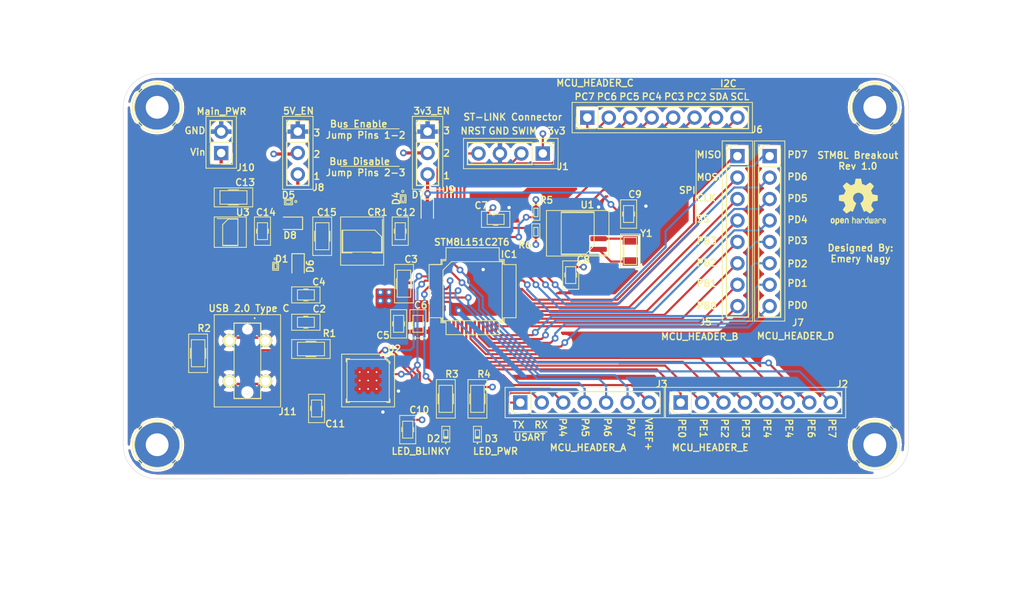
<source format=kicad_pcb>
(kicad_pcb (version 20171130) (host pcbnew "(5.1.5)-3")
  (layers (0 F.Cu signal) (1 In1.Cu power) (2 In2.Cu power) (31 B.Cu signal) (34 B.Paste user) (35 F.Paste user) (36 B.SilkS user) (37 F.SilkS user) (38 B.Mask user) (39 F.Mask user) (44 Edge.Cuts user))
  (net 0 "")
  (net 1 NRST)
  (net 2 GND)
  (net 3 "Net-(C2-Pad2)")
  (net 4 3v3)
  (net 5 5V)
  (net 6 "Net-(C11-Pad1)")
  (net 7 "Net-(C12-Pad1)")
  (net 8 VBATT_IN)
  (net 9 "Net-(C14-Pad1)")
  (net 10 5V_IN)
  (net 11 "Net-(D2-Pad2)")
  (net 12 "Net-(D3-Pad2)")
  (net 13 SWIM)
  (net 14 USART_TX)
  (net 15 USART_RX)
  (net 16 PA4)
  (net 17 PA5)
  (net 18 PA6)
  (net 19 PA7)
  (net 20 VREF+)
  (net 21 "Net-(IC1-Pad13)")
  (net 22 PE0)
  (net 23 PE1)
  (net 24 PE2)
  (net 25 PE3)
  (net 26 PE4)
  (net 27 PE5)
  (net 28 PD0)
  (net 29 PD1)
  (net 30 PD2)
  (net 31 PD3)
  (net 32 PB0)
  (net 33 PB1)
  (net 34 PB2)
  (net 35 PB3)
  (net 36 SPI1_SS)
  (net 37 SPI_CLK)
  (net 38 SPI_MOSI)
  (net 39 SPI_MISO)
  (net 40 PF0)
  (net 41 PD4)
  (net 42 PD5)
  (net 43 PD6)
  (net 44 PD7)
  (net 45 SDA)
  (net 46 SCL)
  (net 47 PC2)
  (net 48 PC3)
  (net 49 PC4)
  (net 50 PC5)
  (net 51 PC6)
  (net 52 PC7)
  (net 53 PE6)
  (net 54 PE7)
  (net 55 3v3_IN)
  (net 56 USBD+)
  (net 57 USBD-)
  (net 58 "Net-(U1-Pad1)")
  (net 59 "Net-(U1-Pad2)")
  (net 60 "Net-(U1-Pad7)")
  (net 61 "Net-(U2-Pad25)")
  (net 62 "Net-(U2-Pad9)")
  (net 63 "Net-(U2-Pad3)")
  (net 64 "Net-(U2-Pad5)")
  (net 65 "Net-(U2-Pad6)")
  (net 66 "Net-(U2-Pad7)")
  (net 67 "Net-(U2-Pad8)")
  (net 68 "Net-(U2-Pad10)")
  (net 69 "Net-(U2-Pad11)")
  (net 70 "Net-(U2-Pad12)")
  (net 71 "Net-(U2-Pad13)")
  (net 72 "Net-(U2-Pad18)")
  (net 73 "Net-(U2-Pad21)")
  (net 74 "Net-(U2-Pad22)")
  (net 75 "Net-(U2-Pad23)")
  (net 76 "Net-(U2-Pad27)")
  (net 77 "Net-(U2-Pad28)")
  (net 78 "Net-(U2-Pad29)")
  (net 79 "Net-(U2-Pad31)")
  (net 80 "Net-(U2-Pad32)")
  (net 81 "Net-(U3-Pad3)")
  (net 82 "Net-(U3-Pad4)")
  (net 83 "Net-(J11-PadB12)")
  (net 84 "Net-(J11-PadB9)")
  (net 85 "Net-(J11-PadB8)")
  (net 86 "Net-(J11-PadB7)")
  (net 87 "Net-(J11-PadB6)")
  (net 88 "Net-(J11-PadB5)")
  (net 89 "Net-(J11-PadB4)")
  (net 90 "Net-(J11-PadB1)")
  (net 91 "Net-(J11-PadA12)")
  (net 92 "Net-(J11-PadA9)")
  (net 93 "Net-(J11-PadA8)")
  (net 94 "Net-(J11-PadA5)")
  (module Diode_SMD:D_0603_1608Metric (layer F.Cu) (at 47.3075 35.10252 180)
    (fp_text reference D8 (at 0 -1.43) (layer F.SilkS) (effects (font (size 0.8 0.8) (thickness 0.153))))
    (fp_text value D)
    (pad 2 smd roundrect (at 0.7875 0 180) (size 0.875 0.95) (layers F.Cu F.Paste F.Mask) (net 9 "Net-(C14-Pad1)"))
    (pad 1 smd roundrect (at -0.7875 0 180) (size 0.875 0.95) (layers F.Cu F.Paste F.Mask) (net 10 5V_IN))
  )
  (module Diode_SMD:D_0603_1608Metric (layer F.Cu) (at 63.5635 33.7185 270)
    (fp_text reference D7 (at -1.9939 1.0795 180) (layer F.SilkS) (effects (font (size 0.8 0.8) (thickness 0.153))))
    (fp_text value D)
    (pad 2 smd roundrect (at 0.7875 0 270) (size 0.875 0.95) (layers F.Cu F.Paste F.Mask) (net 7 "Net-(C12-Pad1)"))
    (pad 1 smd roundrect (at -0.7875 0 270) (size 0.875 0.95) (layers F.Cu F.Paste F.Mask) (net 55 3v3_IN))
  )
  (module Diode_SMD:D_0603_1608Metric (layer F.Cu) (at 48.26 40.1955 270)
    (fp_text reference D6 (at 0 -1.43 90) (layer F.SilkS) (effects (font (size 0.8 0.8) (thickness 0.153))))
    (fp_text value D)
    (pad 2 smd roundrect (at 0.7875 0 270) (size 0.875 0.95) (layers F.Cu F.Paste F.Mask) (net 3 "Net-(C2-Pad2)"))
    (pad 1 smd roundrect (at -0.7875 0 270) (size 0.875 0.95) (layers F.Cu F.Paste F.Mask) (net 10 5V_IN))
  )
  (module Symbol:OSHW-Logo2_7.3x6mm_SilkScreen (layer F.Cu) (at 114.6175 32.5755)
    (fp_text reference REF** hide)
    (fp_text value OSHW-Logo2_7.3x6mm_SilkScreen hide)
  )
  (module MountingHole:MountingHole_2.7mm_M2.5_Pad (layer F.Cu) (at 31.56852 61.35752)
    (fp_text reference J14)
    (fp_text value Mounting_Hole)
    (pad 1 thru_hole circle (at 0 0) (size 5.4 5.4) (drill 2.7) (layers *.Cu *.Mask) (net 2 GND))
  )
  (module MountingHole:MountingHole_2.7mm_M2.5_Pad (layer F.Cu) (at 31.56852 21.35752)
    (fp_text reference J13)
    (fp_text value Mounting_Hole)
    (pad 1 thru_hole circle (at 0 0) (size 5.4 5.4) (drill 2.7) (layers *.Cu *.Mask) (net 2 GND))
  )
  (module MountingHole:MountingHole_2.7mm_M2.5_Pad (layer F.Cu) (at 116.56852 61.35752)
    (fp_text reference J12)
    (fp_text value Mounting_Hole)
    (pad 1 thru_hole circle (at 0 0) (size 5.4 5.4) (drill 2.7) (layers *.Cu *.Mask) (net 2 GND))
  )
  (module MountingHole:MountingHole_2.7mm_M2.5_Pad (layer F.Cu) (at 116.56852 21.35752)
    (fp_text reference J4)
    (fp_text value Mounting_Hole)
    (pad 1 thru_hole circle (at 0 0) (size 5.4 5.4) (drill 2.7) (layers *.Cu *.Mask) (net 2 GND))
  )
  (module Connector_PinHeader_2.54mm:PinHeader_1x08_P2.54mm_Vertical (layer F.Cu) (at 100.29952 27.14752)
    (fp_text reference J5 (at -3.75412 19.66468) (layer F.SilkS) (effects (font (size 0.8 0.8) (thickness 0.153))))
    (fp_text value MCU_HEADER_B (at -4.46532 21.39188 180) (layer F.SilkS) (effects (font (size 0.8 0.8) (thickness 0.153))))
    (pad 8 thru_hole oval (at 0 17.78) (size 1.7 1.7) (drill 1) (layers *.Cu *.Mask) (net 32 PB0))
    (pad 7 thru_hole oval (at 0 15.24) (size 1.7 1.7) (drill 1) (layers *.Cu *.Mask) (net 33 PB1))
    (pad 6 thru_hole oval (at 0 12.7) (size 1.7 1.7) (drill 1) (layers *.Cu *.Mask) (net 34 PB2))
    (pad 5 thru_hole oval (at 0 10.16) (size 1.7 1.7) (drill 1) (layers *.Cu *.Mask) (net 35 PB3))
    (pad 4 thru_hole oval (at 0 7.62) (size 1.7 1.7) (drill 1) (layers *.Cu *.Mask) (net 36 SPI1_SS))
    (pad 3 thru_hole oval (at 0 5.08) (size 1.7 1.7) (drill 1) (layers *.Cu *.Mask) (net 37 SPI_CLK))
    (pad 2 thru_hole oval (at 0 2.54) (size 1.7 1.7) (drill 1) (layers *.Cu *.Mask) (net 38 SPI_MOSI))
    (pad 1 thru_hole rect (at 0 0) (size 1.7 1.7) (drill 1) (layers *.Cu *.Mask) (net 39 SPI_MISO))
  )
  (module Package_QFP:LQFP-48_7x7mm_P0.5mm (layer F.Cu) (at 68.93052 43.14952)
    (fp_text reference IC1 (at 4.32308 -4.36372) (layer F.SilkS) (effects (font (size 0.8 0.8) (thickness 0.153))))
    (fp_text value STM8L151C2T6 (at -0.09652 -5.81152) (layer F.SilkS) (effects (font (size 0.8 0.8) (thickness 0.153))))
    (pad 48 smd roundrect (at -2.75 -4.1625) (size 0.3 1.475) (layers F.Cu F.Paste F.Mask) (net 54 PE7))
    (pad 47 smd roundrect (at -2.25 -4.1625) (size 0.3 1.475) (layers F.Cu F.Paste F.Mask) (net 53 PE6))
    (pad 46 smd roundrect (at -1.75 -4.1625) (size 0.3 1.475) (layers F.Cu F.Paste F.Mask) (net 52 PC7))
    (pad 45 smd roundrect (at -1.25 -4.1625) (size 0.3 1.475) (layers F.Cu F.Paste F.Mask) (net 51 PC6))
    (pad 44 smd roundrect (at -0.75 -4.1625) (size 0.3 1.475) (layers F.Cu F.Paste F.Mask) (net 50 PC5))
    (pad 43 smd roundrect (at -0.25 -4.1625) (size 0.3 1.475) (layers F.Cu F.Paste F.Mask) (net 49 PC4))
    (pad 42 smd roundrect (at 0.25 -4.1625) (size 0.3 1.475) (layers F.Cu F.Paste F.Mask) (net 48 PC3))
    (pad 41 smd roundrect (at 0.75 -4.1625) (size 0.3 1.475) (layers F.Cu F.Paste F.Mask) (net 47 PC2))
    (pad 40 smd roundrect (at 1.25 -4.1625) (size 0.3 1.475) (layers F.Cu F.Paste F.Mask) (net 2 GND))
    (pad 39 smd roundrect (at 1.75 -4.1625) (size 0.3 1.475) (layers F.Cu F.Paste F.Mask) (net 4 3v3))
    (pad 38 smd roundrect (at 2.25 -4.1625) (size 0.3 1.475) (layers F.Cu F.Paste F.Mask) (net 46 SCL))
    (pad 37 smd roundrect (at 2.75 -4.1625) (size 0.3 1.475) (layers F.Cu F.Paste F.Mask) (net 45 SDA))
    (pad 36 smd roundrect (at 4.1625 -2.75) (size 1.475 0.3) (layers F.Cu F.Paste F.Mask) (net 44 PD7))
    (pad 35 smd roundrect (at 4.1625 -2.25) (size 1.475 0.3) (layers F.Cu F.Paste F.Mask) (net 43 PD6))
    (pad 34 smd roundrect (at 4.1625 -1.75) (size 1.475 0.3) (layers F.Cu F.Paste F.Mask) (net 42 PD5))
    (pad 33 smd roundrect (at 4.1625 -1.25) (size 1.475 0.3) (layers F.Cu F.Paste F.Mask) (net 41 PD4))
    (pad 32 smd roundrect (at 4.1625 -0.75) (size 1.475 0.3) (layers F.Cu F.Paste F.Mask) (net 40 PF0))
    (pad 31 smd roundrect (at 4.1625 -0.25) (size 1.475 0.3) (layers F.Cu F.Paste F.Mask) (net 39 SPI_MISO))
    (pad 30 smd roundrect (at 4.1625 0.25) (size 1.475 0.3) (layers F.Cu F.Paste F.Mask) (net 38 SPI_MOSI))
    (pad 29 smd roundrect (at 4.1625 0.75) (size 1.475 0.3) (layers F.Cu F.Paste F.Mask) (net 37 SPI_CLK))
    (pad 28 smd roundrect (at 4.1625 1.25) (size 1.475 0.3) (layers F.Cu F.Paste F.Mask) (net 36 SPI1_SS))
    (pad 27 smd roundrect (at 4.1625 1.75) (size 1.475 0.3) (layers F.Cu F.Paste F.Mask) (net 35 PB3))
    (pad 26 smd roundrect (at 4.1625 2.25) (size 1.475 0.3) (layers F.Cu F.Paste F.Mask) (net 34 PB2))
    (pad 25 smd roundrect (at 4.1625 2.75) (size 1.475 0.3) (layers F.Cu F.Paste F.Mask) (net 33 PB1))
    (pad 24 smd roundrect (at 2.75 4.1625) (size 0.3 1.475) (layers F.Cu F.Paste F.Mask) (net 32 PB0))
    (pad 23 smd roundrect (at 2.25 4.1625) (size 0.3 1.475) (layers F.Cu F.Paste F.Mask) (net 31 PD3))
    (pad 22 smd roundrect (at 1.75 4.1625) (size 0.3 1.475) (layers F.Cu F.Paste F.Mask) (net 30 PD2))
    (pad 21 smd roundrect (at 1.25 4.1625) (size 0.3 1.475) (layers F.Cu F.Paste F.Mask) (net 29 PD1))
    (pad 20 smd roundrect (at 0.75 4.1625) (size 0.3 1.475) (layers F.Cu F.Paste F.Mask) (net 28 PD0))
    (pad 19 smd roundrect (at 0.25 4.1625) (size 0.3 1.475) (layers F.Cu F.Paste F.Mask) (net 27 PE5))
    (pad 18 smd roundrect (at -0.25 4.1625) (size 0.3 1.475) (layers F.Cu F.Paste F.Mask) (net 26 PE4))
    (pad 17 smd roundrect (at -0.75 4.1625) (size 0.3 1.475) (layers F.Cu F.Paste F.Mask) (net 25 PE3))
    (pad 16 smd roundrect (at -1.25 4.1625) (size 0.3 1.475) (layers F.Cu F.Paste F.Mask) (net 24 PE2))
    (pad 15 smd roundrect (at -1.75 4.1625) (size 0.3 1.475) (layers F.Cu F.Paste F.Mask) (net 23 PE1))
    (pad 14 smd roundrect (at -2.25 4.1625) (size 0.3 1.475) (layers F.Cu F.Paste F.Mask) (net 22 PE0))
    (pad 13 smd roundrect (at -2.75 4.1625) (size 0.3 1.475) (layers F.Cu F.Paste F.Mask) (net 21 "Net-(IC1-Pad13)"))
    (pad 12 smd roundrect (at -4.1625 2.75) (size 1.475 0.3) (layers F.Cu F.Paste F.Mask) (net 20 VREF+))
    (pad 11 smd roundrect (at -4.1625 2.25) (size 1.475 0.3) (layers F.Cu F.Paste F.Mask) (net 4 3v3))
    (pad 10 smd roundrect (at -4.1625 1.75) (size 1.475 0.3) (layers F.Cu F.Paste F.Mask) (net 4 3v3))
    (pad 9 smd roundrect (at -4.1625 1.25) (size 1.475 0.3) (layers F.Cu F.Paste F.Mask) (net 2 GND))
    (pad 8 smd roundrect (at -4.1625 0.75) (size 1.475 0.3) (layers F.Cu F.Paste F.Mask) (net 19 PA7))
    (pad 7 smd roundrect (at -4.1625 0.25) (size 1.475 0.3) (layers F.Cu F.Paste F.Mask) (net 18 PA6))
    (pad 6 smd roundrect (at -4.1625 -0.25) (size 1.475 0.3) (layers F.Cu F.Paste F.Mask) (net 17 PA5))
    (pad 5 smd roundrect (at -4.1625 -0.75) (size 1.475 0.3) (layers F.Cu F.Paste F.Mask) (net 16 PA4))
    (pad 4 smd roundrect (at -4.1625 -1.25) (size 1.475 0.3) (layers F.Cu F.Paste F.Mask) (net 15 USART_RX))
    (pad 3 smd roundrect (at -4.1625 -1.75) (size 1.475 0.3) (layers F.Cu F.Paste F.Mask) (net 14 USART_TX))
    (pad 2 smd roundrect (at -4.1625 -2.25) (size 1.475 0.3) (layers F.Cu F.Paste F.Mask) (net 1 NRST))
    (pad 1 smd roundrect (at -4.1625 -2.75) (size 1.475 0.3) (layers F.Cu F.Paste F.Mask) (net 13 SWIM))
  )
  (module Resistor_SMD:R_0402_1005Metric (layer F.Cu) (at 76.42352 33.81502 270)
    (fp_text reference R5 (at -1.45542 -1.24968 180) (layer F.SilkS) (effects (font (size 0.8 0.8) (thickness 0.153))))
    (fp_text value 4.7k)
    (pad 2 smd roundrect (at 0.485 0 270) (size 0.59 0.64) (layers F.Cu F.Paste F.Mask) (net 45 SDA))
    (pad 1 smd roundrect (at -0.485 0 270) (size 0.59 0.64) (layers F.Cu F.Paste F.Mask) (net 4 3v3))
  )
  (module SDM02U30LP3-7B:DIODFN62X32X35-2N (layer F.Cu) (at 60.706 32.1945 270)
    (fp_text reference D4 (at -0.03048 0.8382 90) (layer F.SilkS) (effects (font (size 0.8 0.8) (thickness 0.153))))
    (fp_text value SDM02U30LP3-7B)
    (pad A smd rect (at 0.1775 0 270) (size 0.2 0.26) (layers F.Cu F.Paste F.Mask) (net 7 "Net-(C12-Pad1)"))
    (pad C smd rect (at -0.1775 0 270) (size 0.2 0.26) (layers F.Cu F.Paste F.Mask) (net 55 3v3_IN))
  )
  (module Crystal:Crystal_SMD_3215-2Pin_3.2x1.5mm (layer F.Cu) (at 87.60902 38.38702 270)
    (fp_text reference Y1 (at -2.09042 -1.90058 180) (layer F.SilkS) (effects (font (size 0.8 0.8) (thickness 0.153))))
    (fp_text value Crystal)
    (pad 2 smd rect (at -1.25 0 270) (size 1 1.8) (layers F.Cu F.Paste F.Mask) (net 59 "Net-(U1-Pad2)"))
    (pad 1 smd rect (at 1.25 0 270) (size 1 1.8) (layers F.Cu F.Paste F.Mask) (net 58 "Net-(U1-Pad1)"))
  )
  (module Package_TO_SOT_SMD:SOT-23-5 (layer F.Cu) (at 40.22852 36.15752)
    (fp_text reference U3 (at 1.49098 -2.35012) (layer F.SilkS) (effects (font (size 0.8 0.8) (thickness 0.153))))
    (fp_text value LD2981CM50TR)
    (pad 5 smd rect (at 1.1 -0.95) (size 1.06 0.65) (layers F.Cu F.Paste F.Mask) (net 9 "Net-(C14-Pad1)"))
    (pad 4 smd rect (at 1.1 0.95) (size 1.06 0.65) (layers F.Cu F.Paste F.Mask) (net 82 "Net-(U3-Pad4)"))
    (pad 3 smd rect (at -1.1 0.95) (size 1.06 0.65) (layers F.Cu F.Paste F.Mask) (net 81 "Net-(U3-Pad3)"))
    (pad 2 smd rect (at -1.1 0) (size 1.06 0.65) (layers F.Cu F.Paste F.Mask) (net 2 GND))
    (pad 1 smd rect (at -1.1 -0.95) (size 1.06 0.65) (layers F.Cu F.Paste F.Mask) (net 8 VBATT_IN))
  )
  (module digikey-footprints:QFN-32-1EP_5x5mm (layer F.Cu) (at 56.10352 54.26202 270)
    (fp_text reference U2 (at -4.27482 -3.53568 180) (layer F.SilkS) (effects (font (size 0.8 0.8) (thickness 0.153))))
    (fp_text value FT232RQ-REEL)
    (pad 32 smd rect (at -2.27 -2.925 180) (size 0.85 0.28) (layers F.Cu F.Paste F.Mask) (net 80 "Net-(U2-Pad32)"))
    (pad 31 smd rect (at -1.77 -2.925 180) (size 0.85 0.28) (layers F.Cu F.Paste F.Mask) (net 79 "Net-(U2-Pad31)"))
    (pad 30 smd rect (at -1.27 -2.925 180) (size 0.85 0.28) (layers F.Cu F.Paste F.Mask) (net 15 USART_RX))
    (pad 29 smd rect (at -0.77 -2.925 180) (size 0.85 0.28) (layers F.Cu F.Paste F.Mask) (net 78 "Net-(U2-Pad29)"))
    (pad 28 smd rect (at -0.27 -2.925 180) (size 0.85 0.28) (layers F.Cu F.Paste F.Mask) (net 77 "Net-(U2-Pad28)"))
    (pad 27 smd rect (at 0.23 -2.925 180) (size 0.85 0.28) (layers F.Cu F.Paste F.Mask) (net 76 "Net-(U2-Pad27)"))
    (pad 26 smd rect (at 0.73 -2.925 180) (size 0.85 0.28) (layers F.Cu F.Paste F.Mask) (net 2 GND))
    (pad 24 smd rect (at 1.955 -2.2 180) (size 0.28 0.85) (layers F.Cu F.Paste F.Mask) (net 2 GND))
    (pad 23 smd rect (at 1.955 -1.7 180) (size 0.28 0.85) (layers F.Cu F.Paste F.Mask) (net 75 "Net-(U2-Pad23)"))
    (pad 22 smd rect (at 1.955 -1.2 180) (size 0.28 0.85) (layers F.Cu F.Paste F.Mask) (net 74 "Net-(U2-Pad22)"))
    (pad 21 smd rect (at 1.955 -0.7 180) (size 0.28 0.85) (layers F.Cu F.Paste F.Mask) (net 73 "Net-(U2-Pad21)"))
    (pad 20 smd rect (at 1.955 -0.2 180) (size 0.28 0.85) (layers F.Cu F.Paste F.Mask) (net 2 GND))
    (pad 19 smd rect (at 1.955 0.3 180) (size 0.28 0.85) (layers F.Cu F.Paste F.Mask) (net 5 5V))
    (pad 18 smd rect (at 1.955 0.8 180) (size 0.28 0.85) (layers F.Cu F.Paste F.Mask) (net 72 "Net-(U2-Pad18)"))
    (pad 16 smd rect (at 1.23 2.025 180) (size 0.85 0.28) (layers F.Cu F.Paste F.Mask) (net 6 "Net-(C11-Pad1)"))
    (pad 15 smd rect (at 0.73 2.025 180) (size 0.85 0.28) (layers F.Cu F.Paste F.Mask) (net 57 USBD-))
    (pad 14 smd rect (at 0.23 2.025 180) (size 0.85 0.28) (layers F.Cu F.Paste F.Mask) (net 56 USBD+))
    (pad 13 smd rect (at -0.27 2.025 180) (size 0.85 0.28) (layers F.Cu F.Paste F.Mask) (net 71 "Net-(U2-Pad13)"))
    (pad 12 smd rect (at -0.77 2.025 180) (size 0.85 0.28) (layers F.Cu F.Paste F.Mask) (net 70 "Net-(U2-Pad12)"))
    (pad 11 smd rect (at -1.27 2.025 180) (size 0.85 0.28) (layers F.Cu F.Paste F.Mask) (net 69 "Net-(U2-Pad11)"))
    (pad 10 smd rect (at -1.77 2.025 180) (size 0.85 0.28) (layers F.Cu F.Paste F.Mask) (net 68 "Net-(U2-Pad10)"))
    (pad 8 smd rect (at -2.995 1.3 180) (size 0.28 0.85) (layers F.Cu F.Paste F.Mask) (net 67 "Net-(U2-Pad8)"))
    (pad 7 smd rect (at -2.995 0.8 180) (size 0.28 0.85) (layers F.Cu F.Paste F.Mask) (net 66 "Net-(U2-Pad7)"))
    (pad 6 smd rect (at -2.995 0.3 180) (size 0.28 0.85) (layers F.Cu F.Paste F.Mask) (net 65 "Net-(U2-Pad6)"))
    (pad 5 smd rect (at -2.995 -0.2 180) (size 0.28 0.85) (layers F.Cu F.Paste F.Mask) (net 64 "Net-(U2-Pad5)"))
    (pad 4 smd rect (at -2.995 -0.7 180) (size 0.28 0.85) (layers F.Cu F.Paste F.Mask) (net 2 GND))
    (pad 3 smd rect (at -2.995 -1.2 180) (size 0.28 0.85) (layers F.Cu F.Paste F.Mask) (net 63 "Net-(U2-Pad3)"))
    (pad 2 smd rect (at -2.995 -1.7 180) (size 0.28 0.85) (layers F.Cu F.Paste F.Mask) (net 14 USART_TX))
    (pad 1 smd rect (at -2.995 -2.2 180) (size 0.28 0.85) (layers F.Cu F.Paste F.Mask) (net 5 5V))
    (pad 33 thru_hole circle (at -1.52 0.55 180) (size 0.2 0.2) (drill 0.2) (layers *.Cu *.Mask) (net 2 GND))
    (pad 33 thru_hole circle (at -1.52 -0.45 180) (size 0.2 0.2) (drill 0.2) (layers *.Cu *.Mask) (net 2 GND))
    (pad 33 thru_hole circle (at -1.52 -1.45 180) (size 0.2 0.2) (drill 0.2) (layers *.Cu *.Mask) (net 2 GND))
    (pad 33 thru_hole circle (at -0.52 0.55 180) (size 0.2 0.2) (drill 0.2) (layers *.Cu *.Mask) (net 2 GND))
    (pad 33 thru_hole circle (at -0.52 -0.45 180) (size 0.2 0.2) (drill 0.2) (layers *.Cu *.Mask) (net 2 GND))
    (pad 33 thru_hole circle (at -0.52 -1.45 180) (size 0.2 0.2) (drill 0.2) (layers *.Cu *.Mask) (net 2 GND))
    (pad 33 thru_hole circle (at 0.48 0.55 180) (size 0.2 0.2) (drill 0.2) (layers *.Cu *.Mask) (net 2 GND))
    (pad 33 thru_hole circle (at 0.48 -0.45 180) (size 0.2 0.2) (drill 0.2) (layers *.Cu *.Mask) (net 2 GND))
    (pad 33 thru_hole circle (at 0.48 -1.45 180) (size 0.2 0.2) (drill 0.2) (layers *.Cu *.Mask) (net 2 GND))
    (pad 33 smd rect (at -0.52 -0.45 180) (size 3.45 3.45) (layers F.Cu F.Paste F.Mask) (net 2 GND))
    (pad 9 smd rect (at -2.27 2.025 180) (size 0.85 0.28) (layers F.Cu F.Paste F.Mask) (net 62 "Net-(U2-Pad9)"))
    (pad 17 smd rect (at 1.955 1.3 180) (size 0.28 0.85) (layers F.Cu F.Paste F.Mask) (net 2 GND))
    (pad 25 smd rect (at 1.23 -2.925 180) (size 0.85 0.28) (layers F.Cu F.Paste F.Mask) (net 61 "Net-(U2-Pad25)"))
  )
  (module Package_SO:SOIC-8_3.9x4.9mm_P1.27mm (layer F.Cu) (at 81.37652 36.29152 180)
    (fp_text reference U1 (at -1.14808 3.37312) (layer F.SilkS) (effects (font (size 0.8 0.8) (thickness 0.153))))
    (fp_text value DS1307Z+)
    (pad 8 smd roundrect (at 2.475 -1.905 180) (size 1.95 0.6) (layers F.Cu F.Paste F.Mask) (net 5 5V))
    (pad 7 smd roundrect (at 2.475 -0.635 180) (size 1.95 0.6) (layers F.Cu F.Paste F.Mask) (net 60 "Net-(U1-Pad7)"))
    (pad 6 smd roundrect (at 2.475 0.635 180) (size 1.95 0.6) (layers F.Cu F.Paste F.Mask) (net 46 SCL))
    (pad 5 smd roundrect (at 2.475 1.905 180) (size 1.95 0.6) (layers F.Cu F.Paste F.Mask) (net 45 SDA))
    (pad 4 smd roundrect (at -2.475 1.905 180) (size 1.95 0.6) (layers F.Cu F.Paste F.Mask) (net 2 GND))
    (pad 3 smd roundrect (at -2.475 0.635 180) (size 1.95 0.6) (layers F.Cu F.Paste F.Mask) (net 55 3v3_IN))
    (pad 2 smd roundrect (at -2.475 -0.635 180) (size 1.95 0.6) (layers F.Cu F.Paste F.Mask) (net 59 "Net-(U1-Pad2)"))
    (pad 1 smd roundrect (at -2.475 -1.905 180) (size 1.95 0.6) (layers F.Cu F.Paste F.Mask) (net 58 "Net-(U1-Pad1)"))
  )
  (module Resistor_SMD:R_0402_1005Metric (layer F.Cu) (at 76.42352 36.10102 90)
    (fp_text reference R6 (at -1.56718 -1.29032 180) (layer F.SilkS) (effects (font (size 0.8 0.8) (thickness 0.153))))
    (fp_text value 4.7k)
    (pad 2 smd roundrect (at 0.485 0 90) (size 0.59 0.64) (layers F.Cu F.Paste F.Mask) (net 46 SCL))
    (pad 1 smd roundrect (at -0.485 0 90) (size 0.59 0.64) (layers F.Cu F.Paste F.Mask) (net 4 3v3))
  )
  (module Resistor_SMD:R_1206_3216Metric (layer F.Cu) (at 69.50202 55.91302 90)
    (fp_text reference R4 (at 2.92862 0.77978 180) (layer F.SilkS) (effects (font (size 0.8 0.8) (thickness 0.153))))
    (fp_text value 160)
    (pad 2 smd roundrect (at 1.4 0 90) (size 1.25 1.75) (layers F.Cu F.Paste F.Mask) (roundrect_rratio 0.2) (net 4 3v3))
    (pad 1 smd roundrect (at -1.4 0 90) (size 1.25 1.75) (layers F.Cu F.Paste F.Mask) (roundrect_rratio 0.2) (net 12 "Net-(D3-Pad2)"))
  )
  (module Resistor_SMD:R_1206_3216Metric (layer F.Cu) (at 65.75552 55.91302 90)
    (fp_text reference R3 (at 2.92862 0.72898 180) (layer F.SilkS) (effects (font (size 0.8 0.8) (thickness 0.153))))
    (fp_text value 160)
    (pad 2 smd roundrect (at 1.4 0 90) (size 1.25 1.75) (layers F.Cu F.Paste F.Mask) (roundrect_rratio 0.2) (net 16 PA4))
    (pad 1 smd roundrect (at -1.4 0 90) (size 1.25 1.75) (layers F.Cu F.Paste F.Mask) (roundrect_rratio 0.2) (net 11 "Net-(D2-Pad2)"))
  )
  (module Resistor_SMD:R_1206_3216Metric (layer F.Cu) (at 36.41852 50.51552 90)
    (fp_text reference R2 (at 2.96672 0.71628 180) (layer F.SilkS) (effects (font (size 0.8 0.8) (thickness 0.153))))
    (fp_text value 5.1k)
    (pad 2 smd roundrect (at 1.4 0 90) (size 1.25 1.75) (layers F.Cu F.Paste F.Mask) (roundrect_rratio 0.2) (net 2 GND))
    (pad 1 smd roundrect (at -1.4 0 90) (size 1.25 1.75) (layers F.Cu F.Paste F.Mask) (roundrect_rratio 0.2) (net 88 "Net-(J11-PadB5)"))
  )
  (module Resistor_SMD:R_1206_3216Metric (layer F.Cu) (at 49.78202 50.00752)
    (fp_text reference R1 (at 2.18638 -1.84912) (layer F.SilkS) (effects (font (size 0.8 0.8) (thickness 0.153))))
    (fp_text value 5.1k)
    (pad 2 smd roundrect (at 1.4 0) (size 1.25 1.75) (layers F.Cu F.Paste F.Mask) (roundrect_rratio 0.2) (net 2 GND))
    (pad 1 smd roundrect (at -1.4 0) (size 1.25 1.75) (layers F.Cu F.Paste F.Mask) (roundrect_rratio 0.2) (net 94 "Net-(J11-PadA5)"))
  )
  (module 217182-0001:2171820001 (layer F.Cu) (at 42.25852 51.40452 270)
    (fp_text reference J11 (at 6.02488 -4.75688 180) (layer F.SilkS) (effects (font (size 0.8 0.8) (thickness 0.153))))
    (fp_text value 217182-0001 hide)
    (pad MH6 thru_hole circle (at -2.4 -2.15) (size 1.56 1.56) (drill 1.04) (layers *.Cu *.Mask F.SilkS) (net 2 GND))
    (pad MH5 thru_hole circle (at 2.4 -2.15) (size 1.56 1.56) (drill 1.04) (layers *.Cu *.Mask F.SilkS) (net 2 GND))
    (pad MH4 thru_hole circle (at 3.75 0) (size 0.445 0.445) (drill 0.89) (layers *.Cu *.Mask F.SilkS))
    (pad MH3 thru_hole circle (at 2.4 2.15) (size 1.56 1.56) (drill 1.04) (layers *.Cu *.Mask F.SilkS) (net 2 GND))
    (pad MH2 thru_hole circle (at -2.4 2.15) (size 1.56 1.56) (drill 1.04) (layers *.Cu *.Mask F.SilkS) (net 2 GND))
    (pad MH1 thru_hole circle (at -3.75 0) (size 0.26 0.26) (drill 0.52) (layers *.Cu *.Mask F.SilkS))
    (pad B12 smd rect (at -2.75 0.865 270) (size 0.3 0.87) (layers F.Cu F.Paste F.Mask) (net 83 "Net-(J11-PadB12)"))
    (pad B9 smd rect (at -1.25 0.865 270) (size 0.3 0.87) (layers F.Cu F.Paste F.Mask) (net 84 "Net-(J11-PadB9)"))
    (pad B8 smd rect (at -0.75 0.865 270) (size 0.3 0.87) (layers F.Cu F.Paste F.Mask) (net 85 "Net-(J11-PadB8)"))
    (pad B7 smd rect (at -0.25 0.865 270) (size 0.3 0.87) (layers F.Cu F.Paste F.Mask) (net 86 "Net-(J11-PadB7)"))
    (pad B6 smd rect (at 0.25 0.865 270) (size 0.3 0.87) (layers F.Cu F.Paste F.Mask) (net 87 "Net-(J11-PadB6)"))
    (pad B5 smd rect (at 0.75 0.865 270) (size 0.3 0.87) (layers F.Cu F.Paste F.Mask) (net 88 "Net-(J11-PadB5)"))
    (pad B4 smd rect (at 1.25 0.865 270) (size 0.3 0.87) (layers F.Cu F.Paste F.Mask) (net 89 "Net-(J11-PadB4)"))
    (pad B1 smd rect (at 2.75 0.865 270) (size 0.3 0.87) (layers F.Cu F.Paste F.Mask) (net 90 "Net-(J11-PadB1)"))
    (pad A12 smd rect (at 2.75 -0.865 270) (size 0.3 0.87) (layers F.Cu F.Paste F.Mask) (net 91 "Net-(J11-PadA12)"))
    (pad A9 smd rect (at 1.25 -0.865 270) (size 0.3 0.87) (layers F.Cu F.Paste F.Mask) (net 92 "Net-(J11-PadA9)"))
    (pad A8 smd rect (at 0.75 -0.865 270) (size 0.3 0.87) (layers F.Cu F.Paste F.Mask) (net 93 "Net-(J11-PadA8)"))
    (pad A7 smd rect (at 0.25 -0.865 270) (size 0.3 0.87) (layers F.Cu F.Paste F.Mask) (net 57 USBD-))
    (pad A6 smd rect (at -0.25 -0.865 270) (size 0.3 0.87) (layers F.Cu F.Paste F.Mask) (net 56 USBD+))
    (pad A5 smd rect (at -0.75 -0.865 270) (size 0.3 0.87) (layers F.Cu F.Paste F.Mask) (net 94 "Net-(J11-PadA5)"))
    (pad A4 smd rect (at -1.25 -0.865 270) (size 0.3 0.87) (layers F.Cu F.Paste F.Mask) (net 3 "Net-(C2-Pad2)"))
    (pad A1 smd rect (at -2.75 -0.865 270) (size 0.3 0.87) (layers F.Cu F.Paste F.Mask) (net 2 GND))
  )
  (module Connector_PinHeader_2.54mm:PinHeader_1x02_P2.54mm_Vertical (layer F.Cu) (at 39.14902 26.77652 180)
    (fp_text reference J10 (at -2.90322 -1.7172) (layer F.SilkS) (effects (font (size 0.8 0.8) (thickness 0.153))))
    (fp_text value Main_PWR (at -0.04318 4.93252) (layer F.SilkS) (effects (font (size 0.8 0.8) (thickness 0.153))))
    (pad 2 thru_hole oval (at 0 2.54 180) (size 1.7 1.7) (drill 1) (layers *.Cu *.Mask) (net 2 GND))
    (pad 1 thru_hole rect (at 0 0 180) (size 1.7 1.7) (drill 1) (layers *.Cu *.Mask) (net 8 VBATT_IN))
  )
  (module Connector_PinHeader_2.54mm:PinHeader_1x03_P2.54mm_Vertical (layer F.Cu) (at 63.59652 24.22652)
    (fp_text reference J9 (at 2.54508 6.88848) (layer F.SilkS) (effects (font (size 0.8 0.8) (thickness 0.153))))
    (fp_text value 3v3_EN (at 0.48768 -2.43332) (layer F.SilkS) (effects (font (size 0.8 0.8) (thickness 0.153))))
    (pad 3 thru_hole oval (at 0 5.08) (size 1.7 1.7) (drill 1) (layers *.Cu *.Mask) (net 55 3v3_IN))
    (pad 2 thru_hole oval (at 0 2.54) (size 1.7 1.7) (drill 1) (layers *.Cu *.Mask) (net 4 3v3))
    (pad 1 thru_hole rect (at 0 0) (size 1.7 1.7) (drill 1) (layers *.Cu *.Mask) (net 2 GND))
  )
  (module Connector_PinHeader_2.54mm:PinHeader_1x03_P2.54mm_Vertical (layer F.Cu) (at 48.22952 24.22652)
    (fp_text reference J8 (at 2.44348 6.63448) (layer F.SilkS) (effects (font (size 0.8 0.8) (thickness 0.153))))
    (fp_text value 5V_EN (at 0.08128 -2.43332) (layer F.SilkS) (effects (font (size 0.8 0.8) (thickness 0.153))))
    (pad 3 thru_hole oval (at 0 5.08) (size 1.7 1.7) (drill 1) (layers *.Cu *.Mask) (net 10 5V_IN))
    (pad 2 thru_hole oval (at 0 2.54) (size 1.7 1.7) (drill 1) (layers *.Cu *.Mask) (net 5 5V))
    (pad 1 thru_hole rect (at 0 0) (size 1.7 1.7) (drill 1) (layers *.Cu *.Mask) (net 2 GND))
  )
  (module Connector_PinHeader_2.54mm:PinHeader_1x08_P2.54mm_Vertical (layer F.Cu) (at 104.10952 27.14752)
    (fp_text reference J7 (at 3.35788 19.74088) (layer F.SilkS) (effects (font (size 0.8 0.8) (thickness 0.153))))
    (fp_text value MCU_HEADER_D (at 3.07848 21.31568 180) (layer F.SilkS) (effects (font (size 0.8 0.8) (thickness 0.153))))
    (pad 8 thru_hole oval (at 0 17.78) (size 1.7 1.7) (drill 1) (layers *.Cu *.Mask) (net 28 PD0))
    (pad 7 thru_hole oval (at 0 15.24) (size 1.7 1.7) (drill 1) (layers *.Cu *.Mask) (net 29 PD1))
    (pad 6 thru_hole oval (at 0 12.7) (size 1.7 1.7) (drill 1) (layers *.Cu *.Mask) (net 30 PD2))
    (pad 5 thru_hole oval (at 0 10.16) (size 1.7 1.7) (drill 1) (layers *.Cu *.Mask) (net 31 PD3))
    (pad 4 thru_hole oval (at 0 7.62) (size 1.7 1.7) (drill 1) (layers *.Cu *.Mask) (net 41 PD4))
    (pad 3 thru_hole oval (at 0 5.08) (size 1.7 1.7) (drill 1) (layers *.Cu *.Mask) (net 42 PD5))
    (pad 2 thru_hole oval (at 0 2.54) (size 1.7 1.7) (drill 1) (layers *.Cu *.Mask) (net 43 PD6))
    (pad 1 thru_hole rect (at 0 0) (size 1.7 1.7) (drill 1) (layers *.Cu *.Mask) (net 44 PD7))
  )
  (module Connector_PinHeader_2.54mm:PinHeader_1x08_P2.54mm_Vertical (layer F.Cu) (at 82.51952 22.57552 90)
    (fp_text reference J6 (at -1.42748 20.09648 180) (layer F.SilkS) (effects (font (size 0.8 0.8) (thickness 0.153))))
    (fp_text value MCU_HEADER_C (at 4.09956 0.90932 180) (layer F.SilkS) (effects (font (size 0.8 0.8) (thickness 0.153))))
    (pad 8 thru_hole oval (at 0 17.78 90) (size 1.7 1.7) (drill 1) (layers *.Cu *.Mask) (net 46 SCL))
    (pad 7 thru_hole oval (at 0 15.24 90) (size 1.7 1.7) (drill 1) (layers *.Cu *.Mask) (net 45 SDA))
    (pad 6 thru_hole oval (at 0 12.7 90) (size 1.7 1.7) (drill 1) (layers *.Cu *.Mask) (net 47 PC2))
    (pad 5 thru_hole oval (at 0 10.16 90) (size 1.7 1.7) (drill 1) (layers *.Cu *.Mask) (net 48 PC3))
    (pad 4 thru_hole oval (at 0 7.62 90) (size 1.7 1.7) (drill 1) (layers *.Cu *.Mask) (net 49 PC4))
    (pad 3 thru_hole oval (at 0 5.08 90) (size 1.7 1.7) (drill 1) (layers *.Cu *.Mask) (net 50 PC5))
    (pad 2 thru_hole oval (at 0 2.54 90) (size 1.7 1.7) (drill 1) (layers *.Cu *.Mask) (net 51 PC6))
    (pad 1 thru_hole rect (at 0 0 90) (size 1.7 1.7) (drill 1) (layers *.Cu *.Mask) (net 52 PC7))
  )
  (module Connector_PinHeader_2.54mm:PinHeader_1x07_P2.54mm_Vertical (layer F.Cu) (at 74.58202 56.35752 90)
    (fp_text reference J3 (at 2.19202 16.73098 180) (layer F.SilkS) (effects (font (size 0.8 0.8) (thickness 0.153))))
    (fp_text value MCU_HEADER_A (at -5.33908 8.01878 180) (layer F.SilkS) (effects (font (size 0.8 0.8) (thickness 0.153))))
    (pad 7 thru_hole oval (at 0 15.24 90) (size 1.7 1.7) (drill 1) (layers *.Cu *.Mask) (net 20 VREF+))
    (pad 6 thru_hole oval (at 0 12.7 90) (size 1.7 1.7) (drill 1) (layers *.Cu *.Mask) (net 19 PA7))
    (pad 5 thru_hole oval (at 0 10.16 90) (size 1.7 1.7) (drill 1) (layers *.Cu *.Mask) (net 18 PA6))
    (pad 4 thru_hole oval (at 0 7.62 90) (size 1.7 1.7) (drill 1) (layers *.Cu *.Mask) (net 17 PA5))
    (pad 3 thru_hole oval (at 0 5.08 90) (size 1.7 1.7) (drill 1) (layers *.Cu *.Mask) (net 16 PA4))
    (pad 2 thru_hole oval (at 0 2.54 90) (size 1.7 1.7) (drill 1) (layers *.Cu *.Mask) (net 15 USART_RX))
    (pad 1 thru_hole rect (at 0 0 90) (size 1.7 1.7) (drill 1) (layers *.Cu *.Mask) (net 14 USART_TX))
  )
  (module Connector_PinHeader_2.54mm:PinHeader_1x08_P2.54mm_Vertical (layer F.Cu) (at 93.56852 56.35752 90)
    (fp_text reference J2 (at 2.19202 19.14398 180) (layer F.SilkS) (effects (font (size 0.8 0.8) (thickness 0.153))))
    (fp_text value MCU_HEADER_E (at -5.33908 3.51028 180) (layer F.SilkS) (effects (font (size 0.8 0.8) (thickness 0.153))))
    (pad 8 thru_hole oval (at 0 17.78 90) (size 1.7 1.7) (drill 1) (layers *.Cu *.Mask) (net 54 PE7))
    (pad 7 thru_hole oval (at 0 15.24 90) (size 1.7 1.7) (drill 1) (layers *.Cu *.Mask) (net 53 PE6))
    (pad 6 thru_hole oval (at 0 12.7 90) (size 1.7 1.7) (drill 1) (layers *.Cu *.Mask) (net 27 PE5))
    (pad 5 thru_hole oval (at 0 10.16 90) (size 1.7 1.7) (drill 1) (layers *.Cu *.Mask) (net 26 PE4))
    (pad 4 thru_hole oval (at 0 7.62 90) (size 1.7 1.7) (drill 1) (layers *.Cu *.Mask) (net 25 PE3))
    (pad 3 thru_hole oval (at 0 5.08 90) (size 1.7 1.7) (drill 1) (layers *.Cu *.Mask) (net 24 PE2))
    (pad 2 thru_hole oval (at 0 2.54 90) (size 1.7 1.7) (drill 1) (layers *.Cu *.Mask) (net 23 PE1))
    (pad 1 thru_hole rect (at 0 0 90) (size 1.7 1.7) (drill 1) (layers *.Cu *.Mask) (net 22 PE0))
  )
  (module Connector_PinHeader_2.54mm:PinHeader_1x04_P2.54mm_Vertical (layer F.Cu) (at 77.24902 26.83002 270)
    (fp_text reference J1 (at 1.55448 -2.37998 180) (layer F.SilkS) (effects (font (size 0.8 0.8) (thickness 0.153))))
    (fp_text value "ST-LINK Connector" (at -4.32562 3.56362 180) (layer F.SilkS) (effects (font (size 0.8 0.8) (thickness 0.153))))
    (pad 4 thru_hole oval (at 0 7.62 270) (size 1.7 1.7) (drill 1) (layers *.Cu *.Mask) (net 1 NRST))
    (pad 3 thru_hole oval (at 0 5.08 270) (size 1.7 1.7) (drill 1) (layers *.Cu *.Mask) (net 2 GND))
    (pad 2 thru_hole oval (at 0 2.54 270) (size 1.7 1.7) (drill 1) (layers *.Cu *.Mask) (net 13 SWIM))
    (pad 1 thru_hole rect (at 0 0 270) (size 1.7 1.7) (drill 1) (layers *.Cu *.Mask) (net 4 3v3))
  )
  (module SDM02U30LP3-7B:DIODFN62X32X35-2N (layer F.Cu) (at 47.117 32.5755 180)
    (fp_text reference D5 (at 0 0.8255) (layer F.SilkS) (effects (font (size 0.8 0.8) (thickness 0.153))))
    (fp_text value SDM02U30LP3-7B)
    (pad A smd rect (at 0.1775 0 180) (size 0.2 0.26) (layers F.Cu F.Paste F.Mask) (net 9 "Net-(C14-Pad1)"))
    (pad C smd rect (at -0.1775 0 180) (size 0.2 0.26) (layers F.Cu F.Paste F.Mask) (net 10 5V_IN))
  )
  (module LED_SMD:LED_0402_1005Metric (layer F.Cu) (at 69.50202 60.10402 90)
    (fp_text reference D3 (at -0.54102 1.62814 180) (layer F.SilkS) (effects (font (size 0.8 0.8) (thickness 0.153))))
    (fp_text value LED_PWR (at -2.0193 2.14122 180) (layer F.SilkS) (effects (font (size 0.8 0.8) (thickness 0.153))))
    (pad 2 smd roundrect (at 0.485 0 90) (size 0.59 0.64) (layers F.Cu F.Paste F.Mask) (net 12 "Net-(D3-Pad2)"))
    (pad 1 smd roundrect (at -0.485 0 90) (size 0.59 0.64) (layers F.Cu F.Paste F.Mask) (net 2 GND))
  )
  (module LED_SMD:LED_0402_1005Metric (layer F.Cu) (at 65.75552 60.10402 90)
    (fp_text reference D2 (at -0.52578 -1.46304 180) (layer F.SilkS) (effects (font (size 0.8 0.8) (thickness 0.153))))
    (fp_text value LED_BLINKY (at -2.0193 -2.94132) (layer F.SilkS) (effects (font (size 0.8 0.8) (thickness 0.153))))
    (pad 2 smd roundrect (at 0.485 0 90) (size 0.59 0.64) (layers F.Cu F.Paste F.Mask) (net 11 "Net-(D2-Pad2)"))
    (pad 1 smd roundrect (at -0.485 0 90) (size 0.59 0.64) (layers F.Cu F.Paste F.Mask) (net 2 GND))
  )
  (module SDM02U30LP3-7B:DIODFN62X32X35-2N (layer F.Cu) (at 45.593 40.1955 270)
    (fp_text reference D1 (at -0.85852 -0.72898 180) (layer F.SilkS) (effects (font (size 0.8 0.8) (thickness 0.153))))
    (fp_text value SDM02U30LP3-7B)
    (pad A smd rect (at 0.1775 0 270) (size 0.2 0.26) (layers F.Cu F.Paste F.Mask) (net 3 "Net-(C2-Pad2)"))
    (pad C smd rect (at -0.1775 0 270) (size 0.2 0.26) (layers F.Cu F.Paste F.Mask) (net 10 5V_IN))
  )
  (module Package_TO_SOT_SMD:SOT-89-3 (layer F.Cu) (at 55.84952 36.83752 270)
    (fp_text reference CR1 (at -3.03012 -1.80848 180) (layer F.SilkS) (effects (font (size 0.8 0.8) (thickness 0.153))))
    (fp_text value LD2981CU33TR)
    (pad 2 smd trapezoid (at -0.0762 0) (size 1.5 1) (rect_delta 0 0.7) (layers F.Cu F.Paste F.Mask) (net 2 GND))
    (pad 2 smd rect (at 1.3335 0 180) (size 2.2 1.84) (layers F.Cu F.Paste F.Mask) (net 2 GND))
    (pad 3 smd rect (at -1.48 1.5 180) (size 1 1.5) (layers F.Cu F.Paste F.Mask) (net 10 5V_IN))
    (pad 2 smd rect (at -1.3335 0 180) (size 1 1.8) (layers F.Cu F.Paste F.Mask) (net 2 GND))
    (pad 1 smd rect (at -1.48 -1.5 180) (size 1 1.5) (layers F.Cu F.Paste F.Mask) (net 7 "Net-(C12-Pad1)"))
    (pad 2 smd trapezoid (at 2.667 0 180) (size 1.6 0.85) (rect_delta 0 0.6) (layers F.Cu F.Paste F.Mask) (net 2 GND))
  )
  (module Capacitor_SMD:C_1206_3216Metric (layer F.Cu) (at 51.1175 36.63752 270)
    (fp_text reference C15 (at -2.83012 -0.5461 180) (layer F.SilkS) (effects (font (size 0.8 0.8) (thickness 0.153))))
    (fp_text value 1uF)
    (pad 2 smd roundrect (at 1.4 0 270) (size 1.25 1.75) (layers F.Cu F.Paste F.Mask) (roundrect_rratio 0.2) (net 2 GND))
    (pad 1 smd roundrect (at -1.4 0 270) (size 1.25 1.75) (layers F.Cu F.Paste F.Mask) (roundrect_rratio 0.2) (net 10 5V_IN))
  )
  (module Capacitor_SMD:C_0805_2012Metric (layer F.Cu) (at 44.03852 36.03752 270)
    (fp_text reference C14 (at -2.23012 -0.41148 180) (layer F.SilkS) (effects (font (size 0.8 0.8) (thickness 0.153))))
    (fp_text value 2.2uF)
    (pad 2 smd roundrect (at 0.9375 0 270) (size 0.975 1.4) (layers F.Cu F.Paste F.Mask) (net 2 GND))
    (pad 1 smd roundrect (at -0.9375 0 270) (size 0.975 1.4) (layers F.Cu F.Paste F.Mask) (net 9 "Net-(C14-Pad1)"))
  )
  (module Capacitor_SMD:C_1206_3216Metric (layer F.Cu) (at 40.60852 32.03702)
    (fp_text reference C13 (at 1.37768 -1.77546) (layer F.SilkS) (effects (font (size 0.8 0.8) (thickness 0.153))))
    (fp_text value 1uF)
    (pad 2 smd roundrect (at 1.4 0) (size 1.25 1.75) (layers F.Cu F.Paste F.Mask) (roundrect_rratio 0.2) (net 2 GND))
    (pad 1 smd roundrect (at -1.4 0) (size 1.25 1.75) (layers F.Cu F.Paste F.Mask) (roundrect_rratio 0.2) (net 8 VBATT_IN))
  )
  (module Capacitor_SMD:C_0805_2012Metric (layer F.Cu) (at 60.35802 36.03752 270)
    (fp_text reference C12 (at -2.23012 -0.62738 180) (layer F.SilkS) (effects (font (size 0.8 0.8) (thickness 0.153))))
    (fp_text value 2.2uF)
    (pad 2 smd roundrect (at 0.9375 0 270) (size 0.975 1.4) (layers F.Cu F.Paste F.Mask) (net 2 GND))
    (pad 1 smd roundrect (at -0.9375 0 270) (size 0.975 1.4) (layers F.Cu F.Paste F.Mask) (net 7 "Net-(C12-Pad1)"))
  )
  (module Capacitor_SMD:C_0805_2012Metric (layer F.Cu) (at 50.45202 57.05602 270)
    (fp_text reference C11 (at 1.82118 -2.20218 180) (layer F.SilkS) (effects (font (size 0.8 0.8) (thickness 0.153))))
    (fp_text value 100nF)
    (pad 2 smd roundrect (at 0.9375 0 270) (size 0.975 1.4) (layers F.Cu F.Paste F.Mask) (net 2 GND))
    (pad 1 smd roundrect (at -0.9375 0 270) (size 0.975 1.4) (layers F.Cu F.Paste F.Mask) (net 6 "Net-(C11-Pad1)"))
  )
  (module Capacitor_SMD:C_0805_2012Metric (layer F.Cu) (at 61.24702 59.56402 90)
    (fp_text reference C10 (at 2.33782 1.36398 180) (layer F.SilkS) (effects (font (size 0.8 0.8) (thickness 0.153))))
    (fp_text value 100nF)
    (pad 2 smd roundrect (at 0.9375 0 90) (size 0.975 1.4) (layers F.Cu F.Paste F.Mask) (net 5 5V))
    (pad 1 smd roundrect (at -0.9375 0 90) (size 0.975 1.4) (layers F.Cu F.Paste F.Mask) (net 2 GND))
  )
  (module Capacitor_SMD:C_0805_2012Metric (layer F.Cu) (at 87.40902 34.00552 270)
    (fp_text reference C9 (at -2.33172 -0.75438 180) (layer F.SilkS) (effects (font (size 0.8 0.8) (thickness 0.153))))
    (fp_text value 100nF)
    (pad 2 smd roundrect (at 0.9375 0 270) (size 0.975 1.4) (layers F.Cu F.Paste F.Mask) (net 55 3v3_IN))
    (pad 1 smd roundrect (at -0.9375 0 270) (size 0.975 1.4) (layers F.Cu F.Paste F.Mask) (net 2 GND))
  )
  (module Capacitor_SMD:C_0805_2012Metric (layer F.Cu) (at 80.55102 41.24452 90)
    (fp_text reference C8 (at 1.81102 1.49098 180) (layer F.SilkS) (effects (font (size 0.8 0.8) (thickness 0.153))))
    (fp_text value 100nF)
    (pad 2 smd roundrect (at 0.9375 0 90) (size 0.975 1.4) (layers F.Cu F.Paste F.Mask) (net 5 5V))
    (pad 1 smd roundrect (at -0.9375 0 90) (size 0.975 1.4) (layers F.Cu F.Paste F.Mask) (net 2 GND))
  )
  (module Capacitor_SMD:C_0805_2012Metric (layer F.Cu) (at 71.66102 34.64052)
    (fp_text reference C7 (at -1.70942 -1.64592) (layer F.SilkS) (effects (font (size 0.8 0.8) (thickness 0.153))))
    (fp_text value 100nF)
    (pad 2 smd roundrect (at 0.9375 0) (size 0.975 1.4) (layers F.Cu F.Paste F.Mask) (net 2 GND))
    (pad 1 smd roundrect (at -0.9375 0) (size 0.975 1.4) (layers F.Cu F.Paste F.Mask) (net 4 3v3))
  )
  (module Capacitor_SMD:C_0805_2012Metric (layer F.Cu) (at 62.45352 47.02302 270)
    (fp_text reference C6 (at -2.21742 -0.33528 180) (layer F.SilkS) (effects (font (size 0.8 0.8) (thickness 0.153))))
    (fp_text value 100nF)
    (pad 2 smd roundrect (at 0.9375 0 270) (size 0.975 1.4) (layers F.Cu F.Paste F.Mask) (net 2 GND))
    (pad 1 smd roundrect (at -0.9375 0 270) (size 0.975 1.4) (layers F.Cu F.Paste F.Mask) (net 4 3v3))
  )
  (module Capacitor_SMD:C_0805_2012Metric (layer F.Cu) (at 60.16752 47.02302 90)
    (fp_text reference C5 (at -1.36398 -1.84912 180) (layer F.SilkS) (effects (font (size 0.8 0.8) (thickness 0.153))))
    (fp_text value 100nF)
    (pad 2 smd roundrect (at 0.9375 0 90) (size 0.975 1.4) (layers F.Cu F.Paste F.Mask) (net 4 3v3))
    (pad 1 smd roundrect (at -0.9375 0 90) (size 0.975 1.4) (layers F.Cu F.Paste F.Mask) (net 2 GND))
  )
  (module Capacitor_SMD:C_0805_2012Metric (layer F.Cu) (at 49.18202 43.59402 180)
    (fp_text reference C4 (at -1.54178 1.53162) (layer F.SilkS) (effects (font (size 0.8 0.8) (thickness 0.153))))
    (fp_text value 100nF)
    (pad 2 smd roundrect (at 0.9375 0 180) (size 0.975 1.4) (layers F.Cu F.Paste F.Mask) (net 3 "Net-(C2-Pad2)"))
    (pad 1 smd roundrect (at -0.9375 0 180) (size 0.975 1.4) (layers F.Cu F.Paste F.Mask) (net 2 GND))
  )
  (module Capacitor_SMD:C_1206_3216Metric (layer F.Cu) (at 60.80252 42.26052 90)
    (fp_text reference C3 (at 2.89052 0.84328 180) (layer F.SilkS) (effects (font (size 0.8 0.8) (thickness 0.153))))
    (fp_text value 1uF)
    (pad 2 smd roundrect (at 1.4 0 90) (size 1.25 1.75) (layers F.Cu F.Paste F.Mask) (roundrect_rratio 0.2) (net 2 GND))
    (pad 1 smd roundrect (at -1.4 0 90) (size 1.25 1.75) (layers F.Cu F.Paste F.Mask) (roundrect_rratio 0.2) (net 4 3v3))
  )
  (module Capacitor_SMD:C_0805_2012Metric (layer F.Cu) (at 49.18202 46.83252 180)
    (fp_text reference C2 (at -1.59258 1.56972) (layer F.SilkS) (effects (font (size 0.8 0.8) (thickness 0.153))))
    (fp_text value 1nF)
    (pad 2 smd roundrect (at 0.9375 0 180) (size 0.975 1.4) (layers F.Cu F.Paste F.Mask) (net 3 "Net-(C2-Pad2)"))
    (pad 1 smd roundrect (at -0.9375 0 180) (size 0.975 1.4) (layers F.Cu F.Paste F.Mask) (net 2 GND))
  )
  (gr_text "USB 2.0 Type C" (at 42.4434 45.1866) (layer F.SilkS) (effects (font (size 0.8 0.8) (thickness 0.153))))
  (gr_text "Designed By:\nEmery Nagy" (at 114.8715 38.6715) (layer F.SilkS) (effects (font (size 0.8 0.8) (thickness 0.153))))
  (gr_text "STM8L Breakout\nRev 1.0" (at 114.554 27.686) (layer F.SilkS) (effects (font (size 0.8 0.8) (thickness 0.153))))
  (gr_text I2C (at 99.2251 18.542) (layer F.SilkS) (effects (font (size 0.8 0.8) (thickness 0.153))))
  (gr_line (start 101.1301 19.177) (end 97.1931 19.177) (layer F.SilkS) (width 0.1))
  (gr_text SPI (at 94.361 31.1912) (layer F.SilkS) (effects (font (size 0.8 0.8) (thickness 0.153))))
  (gr_line (start 95.4024 26.416) (end 95.4024 35.1155) (layer F.SilkS) (width 0.1))
  (gr_text PB0 (at 96.659733 44.8945) (layer F.SilkS) (effects (font (size 0.8 0.8) (thickness 0.153))))
  (gr_text PB3 (at 96.659733 37.1856) (layer F.SilkS) (effects (font (size 0.8 0.8) (thickness 0.153))))
  (gr_text SS (at 96.240686 34.5948) (layer F.SilkS) (effects (font (size 0.8 0.8) (thickness 0.153))))
  (gr_text CLK (at 96.60259 32.1056) (layer F.SilkS) (effects (font (size 0.8 0.8) (thickness 0.153))))
  (gr_text PB2 (at 96.659733 39.8018) (layer F.SilkS) (effects (font (size 0.8 0.8) (thickness 0.153))))
  (gr_text PB1 (at 96.659733 42.2148) (layer F.SilkS) (effects (font (size 0.8 0.8) (thickness 0.153))))
  (gr_text MISO (at 96.9264 26.9748) (layer F.SilkS) (effects (font (size 0.8 0.8) (thickness 0.153))))
  (gr_text MOSI (at 96.9264 29.6418) (layer F.SilkS) (effects (font (size 0.8 0.8) (thickness 0.153))))
  (gr_text PD0 (at 107.4166 44.831) (layer F.SilkS) (effects (font (size 0.8 0.8) (thickness 0.153))))
  (gr_text PD1 (at 107.4166 42.2148) (layer F.SilkS) (effects (font (size 0.8 0.8) (thickness 0.153))))
  (gr_text PD2 (at 107.4166 39.9034) (layer F.SilkS) (effects (font (size 0.8 0.8) (thickness 0.153))))
  (gr_text PD3 (at 107.4166 37.1602) (layer F.SilkS) (effects (font (size 0.8 0.8) (thickness 0.153))))
  (gr_text PD4 (at 107.4166 34.671) (layer F.SilkS) (effects (font (size 0.8 0.8) (thickness 0.153))))
  (gr_text PD5 (at 107.4166 32.1564) (layer F.SilkS) (effects (font (size 0.8 0.8) (thickness 0.153))))
  (gr_text PD6 (at 107.4166 29.591) (layer F.SilkS) (effects (font (size 0.8 0.8) (thickness 0.153))))
  (gr_text PD7 (at 107.4166 26.9748) (layer F.SilkS) (effects (font (size 0.8 0.8) (thickness 0.153))))
  (gr_text PE7 (at 111.506 59.4106 270) (layer F.SilkS) (effects (font (size 0.8 0.8) (thickness 0.153))))
  (gr_text PE6 (at 109.0422 59.4106 270) (layer F.SilkS) (effects (font (size 0.8 0.8) (thickness 0.153))))
  (gr_text PE4 (at 106.4006 59.4106 270) (layer F.SilkS) (effects (font (size 0.8 0.8) (thickness 0.153))))
  (gr_text PE4 (at 103.8098 59.4106 270) (layer F.SilkS) (effects (font (size 0.8 0.8) (thickness 0.153))))
  (gr_text PE3 (at 101.2698 59.4106 270) (layer F.SilkS) (effects (font (size 0.8 0.8) (thickness 0.153))))
  (gr_text PE2 (at 98.7806 59.4106 270) (layer F.SilkS) (effects (font (size 0.8 0.8) (thickness 0.153))))
  (gr_text PE1 (at 96.266 59.4106 270) (layer F.SilkS) (effects (font (size 0.8 0.8) (thickness 0.153))))
  (gr_text PE0 (at 93.726 59.4106 270) (layer F.SilkS) (effects (font (size 0.8 0.8) (thickness 0.153))))
  (gr_text USART (at 75.7047 60.4647) (layer F.SilkS) (effects (font (size 0.8 0.8) (thickness 0.153))))
  (gr_line (start 73.7997 59.8297) (end 77.7367 59.8297) (layer F.SilkS) (width 0.1))
  (gr_text TX (at 74.3712 59.0042) (layer F.SilkS) (effects (font (size 0.8 0.8) (thickness 0.153))))
  (gr_text VREF+ (at 89.789 60.128048 270) (layer F.SilkS) (effects (font (size 0.8 0.8) (thickness 0.153))))
  (gr_text PA7 (at 87.6808 59.309 270) (layer F.SilkS) (effects (font (size 0.8 0.8) (thickness 0.153))))
  (gr_text PA6 (at 84.9122 59.309 270) (layer F.SilkS) (effects (font (size 0.8 0.8) (thickness 0.153))))
  (gr_text PA5 (at 82.2706 59.309 270) (layer F.SilkS) (effects (font (size 0.8 0.8) (thickness 0.153))))
  (gr_text PA4 (at 79.6036 59.309 270) (layer F.SilkS) (effects (font (size 0.8 0.8) (thickness 0.153))))
  (gr_text RX (at 77.0382 59.0042) (layer F.SilkS) (effects (font (size 0.8 0.8) (thickness 0.153))))
  (gr_text SCL (at 100.584 20.09648) (layer F.SilkS) (effects (font (size 0.8 0.8) (thickness 0.153))))
  (gr_text SDA (at 98.063033 20.09648) (layer F.SilkS) (effects (font (size 0.8 0.8) (thickness 0.153))))
  (gr_text PC2 (at 95.46588 20.09648) (layer F.SilkS) (effects (font (size 0.8 0.8) (thickness 0.153))))
  (gr_text PC3 (at 92.811584 20.09648) (layer F.SilkS) (effects (font (size 0.8 0.8) (thickness 0.153))))
  (gr_text PC4 (at 90.157288 20.09648) (layer F.SilkS) (effects (font (size 0.8 0.8) (thickness 0.153))))
  (gr_text PC5 (at 87.502992 20.09648) (layer F.SilkS) (effects (font (size 0.8 0.8) (thickness 0.153))))
  (gr_text PC7 (at 82.1944 20.09648) (layer F.SilkS) (effects (font (size 0.8 0.8) (thickness 0.153))))
  (gr_text PC6 (at 84.848696 20.09648) (layer F.SilkS) (effects (font (size 0.8 0.8) (thickness 0.153))))
  (gr_text GND (at 36.04768 24.11984) (layer F.SilkS) (effects (font (size 0.8 0.8) (thickness 0.153))))
  (gr_text Vin (at 36.3855 26.67) (layer F.SilkS) (effects (font (size 0.8 0.8) (thickness 0.153))))
  (gr_text "Jump Pins 2-3" (at 56.256929 29.1084) (layer F.SilkS) (effects (font (size 0.8 0.8) (thickness 0.153))))
  (gr_text "Bus Disable" (at 55.554548 27.7749) (layer F.SilkS) (effects (font (size 0.8 0.8) (thickness 0.153))))
  (gr_line (start 53.316454 28.3464) (end 60.237954 28.3464) (layer F.SilkS) (width 0.1))
  (gr_text "Jump Pins 1-2" (at 56.256929 24.6634) (layer F.SilkS) (effects (font (size 0.8 0.8) (thickness 0.153))))
  (gr_line (start 53.316454 23.9014) (end 60.237954 23.9014) (layer F.SilkS) (width 0.1))
  (gr_text "Bus Enable" (at 55.4355 23.3299) (layer F.SilkS) (effects (font (size 0.8 0.8) (thickness 0.153))))
  (gr_text 3 (at 50.4825 24.384) (layer F.SilkS) (effects (font (size 0.8 0.8) (thickness 0.153))))
  (gr_text 2 (at 50.4825 26.924) (layer F.SilkS) (effects (font (size 0.8 0.8) (thickness 0.153))))
  (gr_text 1 (at 50.4825 29.5275) (layer F.SilkS) (effects (font (size 0.8 0.8) (thickness 0.153))))
  (gr_text 3 (at 65.8495 24.13) (layer F.SilkS) (effects (font (size 0.8 0.8) (thickness 0.153))))
  (gr_text 2 (at 65.8495 26.797) (layer F.SilkS) (effects (font (size 0.8 0.8) (thickness 0.153))))
  (gr_text 1 (at 65.8495 29.464) (layer F.SilkS) (effects (font (size 0.8 0.8) (thickness 0.153))))
  (gr_text 3v3 (at 78.867 24.1554) (layer F.SilkS) (effects (font (size 0.8 0.8) (thickness 0.153))))
  (gr_text SWIM (at 75.057 24.1554) (layer F.SilkS) (effects (font (size 0.8 0.8) (thickness 0.153))))
  (gr_text GND (at 72.0471 24.1554) (layer F.SilkS) (effects (font (size 0.8 0.8) (thickness 0.153))))
  (gr_text NRST (at 69.0118 24.1554) (layer F.SilkS) (effects (font (size 0.8 0.8) (thickness 0.153))))
  (gr_arc (start 31.5595 61.4045) (end 27.5595 61.4045) (angle -90) (layer Edge.Cuts) (width 0.05))
  (gr_arc (start 116.586 21.336) (end 120.586 21.336) (angle -90) (layer Edge.Cuts) (width 0.05))
  (gr_arc (start 31.5595 21.336) (end 31.5595 17.3355) (angle -90) (layer Edge.Cuts) (width 0.05))
  (gr_arc (start 116.586 61.341) (end 116.586 65.341) (angle -90) (layer Edge.Cuts) (width 0.05))
  (gr_line (start 120.586 61.341) (end 120.586 21.336) (layer Edge.Cuts) (width 0.05))
  (gr_line (start 31.5595 65.4045) (end 116.586 65.341) (layer Edge.Cuts) (width 0.05))
  (gr_line (start 27.5595 21.336) (end 27.5595 61.4045) (layer Edge.Cuts) (width 0.05))
  (gr_line (start 116.586 17.336) (end 31.5595 17.336) (layer Edge.Cuts) (width 0.05))
  (segment (start 64.76802 40.89952) (end 63.964818 40.89952) (width 0.25) (layer F.Cu) (net 1))
  (segment (start 63.964818 40.89952) (end 63.70551 40.640212) (width 0.25) (layer F.Cu) (net 1))
  (segment (start 63.70551 37.16251) (end 63.70551 36.94453) (width 0.25) (layer F.Cu) (net 1))
  (segment (start 63.70551 40.640212) (end 63.70551 37.16251) (width 0.25) (layer F.Cu) (net 1))
  (segment (start 68.426939 26.83002) (end 69.62902 26.83002) (width 0.25) (layer F.Cu) (net 1))
  (segment (start 68.42252 26.834439) (end 68.426939 26.83002) (width 0.25) (layer F.Cu) (net 1))
  (segment (start 63.70551 35.92853) (end 64.771521 34.862519) (width 0.25) (layer F.Cu) (net 1))
  (segment (start 66.576601 26.834439) (end 68.42252 26.834439) (width 0.25) (layer F.Cu) (net 1))
  (segment (start 63.70551 37.16251) (end 63.70551 35.92853) (width 0.25) (layer F.Cu) (net 1))
  (segment (start 64.771521 34.862519) (end 64.771521 28.639519) (width 0.25) (layer F.Cu) (net 1))
  (segment (start 64.771521 28.639519) (end 66.576601 26.834439) (width 0.25) (layer F.Cu) (net 1))
  (segment (start 62.45352 47.96052) (end 60.16752 47.96052) (width 0.25) (layer F.Cu) (net 2))
  (segment (start 38.34852 36.03752) (end 37.87902 36.03752) (width 0.25) (layer F.Cu) (net 2))
  (segment (start 56.228519 55.467019) (end 56.30352 55.54202) (width 0.25) (layer F.Cu) (net 2))
  (segment (start 56.30352 55.54202) (end 56.30352 56.21702) (width 0.25) (layer F.Cu) (net 2))
  (segment (start 54.903519 55.467019) (end 56.228519 55.467019) (width 0.25) (layer F.Cu) (net 2))
  (segment (start 54.838519 56.098521) (end 54.838519 55.532019) (width 0.25) (layer F.Cu) (net 2))
  (segment (start 54.838519 55.532019) (end 54.903519 55.467019) (width 0.25) (layer F.Cu) (net 2))
  (segment (start 54.80352 56.13352) (end 54.838519 56.098521) (width 0.25) (layer F.Cu) (net 2))
  (segment (start 54.80352 56.21702) (end 54.80352 56.13352) (width 0.25) (layer F.Cu) (net 2))
  (segment (start 58.35352 54.99202) (end 59.02852 54.99202) (width 0.25) (layer F.Cu) (net 2))
  (segment (start 58.278519 55.067021) (end 58.35352 54.99202) (width 0.25) (layer F.Cu) (net 2))
  (segment (start 58.30352 56.01752) (end 58.278519 55.992519) (width 0.25) (layer F.Cu) (net 2))
  (segment (start 58.30352 56.21702) (end 58.30352 56.01752) (width 0.25) (layer F.Cu) (net 2))
  (segment (start 56.30352 55.54202) (end 56.393019 55.452521) (width 0.25) (layer F.Cu) (net 2))
  (segment (start 56.393019 55.452521) (end 58.278519 55.452521) (width 0.25) (layer F.Cu) (net 2))
  (segment (start 58.278519 55.992519) (end 58.278519 55.452521) (width 0.25) (layer F.Cu) (net 2))
  (segment (start 58.278519 55.452521) (end 58.278519 55.067021) (width 0.25) (layer F.Cu) (net 2))
  (segment (start 56.653519 53.642021) (end 56.55352 53.74202) (width 0.25) (layer F.Cu) (net 2))
  (segment (start 56.838519 53.457021) (end 56.653519 53.642021) (width 0.25) (layer F.Cu) (net 2))
  (segment (start 56.80352 51.53302) (end 56.838519 51.568019) (width 0.25) (layer F.Cu) (net 2))
  (segment (start 56.838519 51.568019) (end 56.838519 53.457021) (width 0.25) (layer F.Cu) (net 2))
  (segment (start 56.80352 51.26702) (end 56.80352 51.53302) (width 0.25) (layer F.Cu) (net 2))
  (segment (start 54.838519 55.457021) (end 56.55352 53.74202) (width 0.25) (layer F.Cu) (net 2))
  (segment (start 54.838519 55.532019) (end 54.838519 55.457021) (width 0.25) (layer F.Cu) (net 2))
  (segment (start 58.30352 56.21702) (end 58.30352 57.22402) (width 0.25) (layer F.Cu) (net 2))
  (segment (start 58.30352 57.22402) (end 58.30352 57.47802) (width 0.25) (layer F.Cu) (net 2))
  (segment (start 58.30352 57.47802) (end 58.30352 57.47802) (width 0.25) (layer F.Cu) (net 2))
  (via (at 58.30352 57.47802) (size 0.8) (drill 0.4) (layers F.Cu B.Cu) (net 2))
  (segment (start 54.80352 56.21702) (end 54.80352 57.46702) (width 0.25) (layer F.Cu) (net 2))
  (segment (start 56.80352 50.89802) (end 56.80202 50.89652) (width 0.25) (layer F.Cu) (net 2))
  (segment (start 56.80352 51.26702) (end 56.80352 50.89802) (width 0.25) (layer F.Cu) (net 2))
  (segment (start 56.80202 50.89652) (end 56.80202 50.26152) (width 0.25) (layer F.Cu) (net 2))
  (segment (start 59.02852 54.99202) (end 59.70352 54.99202) (width 0.25) (layer F.Cu) (net 2))
  (segment (start 59.68492 54.991) (end 59.79992 54.991) (width 0.25) (layer F.Cu) (net 2))
  (segment (start 59.68492 54.991) (end 60.14466 54.991) (width 0.25) (layer F.Cu) (net 2))
  (segment (start 60.14466 54.991) (end 60.14466 54.991) (width 0.25) (layer F.Cu) (net 2))
  (via (at 60.14466 54.991) (size 0.8) (drill 0.4) (layers F.Cu B.Cu) (net 2))
  (segment (start 65.12551 44.42451) (end 66.26851 44.42451) (width 0.25) (layer F.Cu) (net 2))
  (segment (start 64.76802 44.39952) (end 65.10052 44.39952) (width 0.25) (layer F.Cu) (net 2))
  (segment (start 65.10052 44.39952) (end 65.12551 44.42451) (width 0.25) (layer F.Cu) (net 2))
  (segment (start 66.26851 44.42451) (end 67.15252 45.30852) (width 0.25) (layer F.Cu) (net 2))
  (segment (start 67.15252 45.30852) (end 67.27952 45.43552) (width 0.25) (layer F.Cu) (net 2))
  (segment (start 67.27952 45.43552) (end 67.27952 45.43552) (width 0.25) (layer F.Cu) (net 2))
  (via (at 67.27952 45.43552) (size 0.8) (drill 0.4) (layers F.Cu B.Cu) (net 2))
  (segment (start 70.18052 38.98702) (end 70.18052 40.58952) (width 0.25) (layer F.Cu) (net 2))
  (segment (start 70.18052 40.58952) (end 70.18052 40.58952) (width 0.25) (layer F.Cu) (net 2))
  (via (at 70.18052 40.58952) (size 0.8) (drill 0.4) (layers F.Cu B.Cu) (net 2))
  (segment (start 73.24852 33.49752) (end 73.24852 33.49752) (width 0.25) (layer F.Cu) (net 2))
  (via (at 73.24852 33.24352) (size 0.8) (drill 0.4) (layers F.Cu B.Cu) (net 2))
  (segment (start 89.45602 33.06802) (end 89.45602 33.06802) (width 0.25) (layer F.Cu) (net 2))
  (segment (start 88.91802 33.06802) (end 89.45602 33.06802) (width 0.25) (layer F.Cu) (net 2))
  (segment (start 87.40902 33.06802) (end 88.91802 33.06802) (width 0.25) (layer F.Cu) (net 2))
  (via (at 89.45602 33.06802) (size 0.8) (drill 0.4) (layers F.Cu B.Cu) (net 2))
  (segment (start 83.85152 34.38652) (end 83.85152 33.17852) (width 0.25) (layer F.Cu) (net 2))
  (segment (start 83.85152 33.17852) (end 83.85152 33.17852) (width 0.25) (layer F.Cu) (net 2))
  (via (at 83.85152 33.17852) (size 0.8) (drill 0.4) (layers F.Cu B.Cu) (net 2))
  (segment (start 72.59852 33.89352) (end 73.24852 33.24352) (width 0.25) (layer F.Cu) (net 2))
  (segment (start 72.59852 34.64052) (end 72.59852 33.89352) (width 0.25) (layer F.Cu) (net 2))
  (segment (start 39.12852 36.03752) (end 38.34852 36.03752) (width 0.25) (layer F.Cu) (net 2))
  (segment (start 46.132999 40.989499) (end 45.593 40.4495) (width 0.25) (layer F.Cu) (net 3))
  (segment (start 48.291501 41.021) (end 46.1645 41.021) (width 0.25) (layer F.Cu) (net 3))
  (segment (start 48.24452 44.29402) (end 48.24452 43.59402) (width 0.25) (layer F.Cu) (net 3))
  (segment (start 48.24452 47.53252) (end 48.24452 44.29402) (width 0.25) (layer F.Cu) (net 3))
  (segment (start 45.62252 50.15452) (end 48.24452 47.53252) (width 0.25) (layer F.Cu) (net 3))
  (segment (start 43.31602 50.15452) (end 45.62252 50.15452) (width 0.25) (layer F.Cu) (net 3))
  (segment (start 48.24452 43.59402) (end 48.24452 42.89402) (width 0.25) (layer F.Cu) (net 3))
  (segment (start 48.24452 40.99848) (end 48.26 40.983) (width 0.25) (layer F.Cu) (net 3))
  (segment (start 48.24452 43.59402) (end 48.24452 40.99848) (width 0.25) (layer F.Cu) (net 3))
  (via (at 58.00852 44.29252) (size 0.8) (drill 0.4) (layers F.Cu B.Cu) (net 4))
  (segment (start 60.73902 26.76652) (end 60.67552 26.76652) (width 0.25) (layer F.Cu) (net 4))
  (via (at 60.73902 26.76652) (size 0.8) (drill 0.4) (layers F.Cu B.Cu) (net 4))
  (segment (start 63.59652 26.76652) (end 60.73902 26.76652) (width 0.381) (layer F.Cu) (net 4))
  (segment (start 70.68052 38.98702) (end 70.68052 34.81052) (width 0.25) (layer F.Cu) (net 4))
  (segment (start 76.42098 36.58602) (end 76.42098 36.88102) (width 0.25) (layer F.Cu) (net 4))
  (segment (start 76.42098 36.88102) (end 76.42098 37.62502) (width 0.25) (layer F.Cu) (net 4))
  (via (at 76.42098 37.62502) (size 0.8) (drill 0.4) (layers F.Cu B.Cu) (net 4))
  (segment (start 76.42352 33.33002) (end 76.42352 32.29102) (width 0.25) (layer F.Cu) (net 4))
  (segment (start 76.42352 32.29102) (end 76.42352 32.29102) (width 0.25) (layer F.Cu) (net 4))
  (via (at 76.42352 32.29102) (size 0.8) (drill 0.4) (layers F.Cu B.Cu) (net 4))
  (via (at 58.00852 43.27652) (size 0.8) (drill 0.4) (layers F.Cu B.Cu) (net 4))
  (via (at 59.02452 43.27652) (size 0.8) (drill 0.4) (layers F.Cu B.Cu) (net 4))
  (via (at 59.02452 44.29252) (size 0.8) (drill 0.4) (layers F.Cu B.Cu) (net 4))
  (segment (start 77.24902 26.95702) (end 77.24902 24.48052) (width 0.25) (layer F.Cu) (net 4))
  (via (at 77.24902 24.48052) (size 0.8) (drill 0.4) (layers F.Cu B.Cu) (net 4))
  (segment (start 71.34352 33.24352) (end 71.34352 33.24352) (width 0.25) (layer F.Cu) (net 4))
  (via (at 71.34352 33.24352) (size 0.8) (drill 0.4) (layers F.Cu B.Cu) (net 4))
  (segment (start 69.50202 54.51302) (end 71.28302 54.51302) (width 0.25) (layer F.Cu) (net 4))
  (segment (start 71.28302 54.51302) (end 71.28302 54.51302) (width 0.25) (layer F.Cu) (net 4))
  (via (at 71.28302 54.51302) (size 0.8) (drill 0.4) (layers F.Cu B.Cu) (net 4))
  (segment (start 64.76802 44.89952) (end 64.76802 45.39952) (width 0.25) (layer F.Cu) (net 4))
  (segment (start 64.26752 45.39952) (end 64.24253 45.42451) (width 0.25) (layer F.Cu) (net 4))
  (segment (start 64.76802 45.39952) (end 64.26752 45.39952) (width 0.25) (layer F.Cu) (net 4))
  (segment (start 63.13952 45.39952) (end 62.45352 46.08552) (width 0.25) (layer F.Cu) (net 4))
  (segment (start 64.76802 45.39952) (end 63.13952 45.39952) (width 0.25) (layer F.Cu) (net 4))
  (segment (start 70.72352 33.86352) (end 71.34352 33.24352) (width 0.25) (layer F.Cu) (net 4))
  (segment (start 70.72352 34.64052) (end 70.72352 33.86352) (width 0.25) (layer F.Cu) (net 4))
  (segment (start 48.22952 26.89352) (end 45.37202 26.89352) (width 0.381) (layer F.Cu) (net 5))
  (segment (start 45.37202 26.89352) (end 45.37202 26.89352) (width 0.381) (layer F.Cu) (net 5))
  (via (at 45.37202 26.89352) (size 0.8) (drill 0.4) (layers F.Cu B.Cu) (net 5))
  (segment (start 58.32602 51.24452) (end 58.30352 51.26702) (width 0.25) (layer F.Cu) (net 5))
  (segment (start 57.31602 58.40452) (end 57.43702 58.40452) (width 0.25) (layer F.Cu) (net 5))
  (segment (start 55.80352 56.89202) (end 57.31602 58.40452) (width 0.25) (layer F.Cu) (net 5))
  (segment (start 55.80352 56.21702) (end 55.80352 56.89202) (width 0.25) (layer F.Cu) (net 5))
  (segment (start 57.31602 58.40452) (end 61.24702 58.40452) (width 0.25) (layer F.Cu) (net 5))
  (segment (start 61.24702 58.40452) (end 62.94652 58.40452) (width 0.25) (layer F.Cu) (net 5))
  (segment (start 62.94652 58.40452) (end 62.94652 58.40452) (width 0.25) (layer F.Cu) (net 5))
  (via (at 62.94652 58.40452) (size 0.8) (drill 0.4) (layers F.Cu B.Cu) (net 5))
  (segment (start 78.90152 38.63952) (end 78.90152 38.19652) (width 0.25) (layer F.Cu) (net 5))
  (segment (start 78.90002 38.64102) (end 78.90152 38.63952) (width 0.25) (layer F.Cu) (net 5))
  (segment (start 80.55102 40.30702) (end 79.61352 40.30702) (width 0.25) (layer F.Cu) (net 5))
  (segment (start 78.90002 39.59352) (end 78.90002 38.64102) (width 0.25) (layer F.Cu) (net 5))
  (segment (start 79.61352 40.30702) (end 78.90002 39.59352) (width 0.25) (layer F.Cu) (net 5))
  (segment (start 81.25102 40.30702) (end 81.26602 40.29202) (width 0.25) (layer F.Cu) (net 5))
  (segment (start 80.55102 40.30702) (end 81.25102 40.30702) (width 0.25) (layer F.Cu) (net 5))
  (segment (start 81.26602 40.29202) (end 81.82102 40.29202) (width 0.25) (layer F.Cu) (net 5))
  (segment (start 81.82102 40.29202) (end 82.07502 40.29202) (width 0.25) (layer F.Cu) (net 5))
  (segment (start 82.07502 40.29202) (end 82.07502 40.29202) (width 0.25) (layer F.Cu) (net 5))
  (via (at 82.07502 40.29202) (size 0.8) (drill 0.4) (layers F.Cu B.Cu) (net 5))
  (segment (start 61.24702 58.40452) (end 61.732547 57.918993) (width 0.25) (layer F.Cu) (net 5))
  (segment (start 61.732547 57.918993) (end 61.732547 53.166545) (width 0.25) (layer F.Cu) (net 5))
  (segment (start 58.30352 51.23652) (end 58.30352 51.26702) (width 0.25) (layer F.Cu) (net 5))
  (segment (start 59.716522 51.15052) (end 58.38952 51.15052) (width 0.25) (layer F.Cu) (net 5))
  (segment (start 61.732547 53.166545) (end 59.716522 51.15052) (width 0.25) (layer F.Cu) (net 5))
  (segment (start 58.38952 51.15052) (end 58.30352 51.23652) (width 0.25) (layer F.Cu) (net 5))
  (segment (start 51.07852 55.49202) (end 50.45202 56.11852) (width 0.25) (layer F.Cu) (net 6))
  (segment (start 54.07852 55.49202) (end 51.07852 55.49202) (width 0.25) (layer F.Cu) (net 6))
  (segment (start 61.024501 32.442001) (end 60.706 32.442001) (width 0.25) (layer F.Cu) (net 7))
  (segment (start 63.5635 34.506) (end 63.0885 34.506) (width 0.25) (layer F.Cu) (net 7))
  (segment (start 63.0885 34.506) (end 61.024501 32.442001) (width 0.25) (layer F.Cu) (net 7))
  (segment (start 60.10052 35.35752) (end 60.35802 35.10002) (width 0.381) (layer F.Cu) (net 7))
  (segment (start 63.5635 34.9435) (end 63.5635 34.506) (width 0.381) (layer F.Cu) (net 7))
  (segment (start 63.14948 35.35752) (end 63.5635 34.9435) (width 0.381) (layer F.Cu) (net 7))
  (segment (start 57.34952 35.35752) (end 63.14948 35.35752) (width 0.381) (layer F.Cu) (net 7))
  (segment (start 39.14902 35.06702) (end 39.12852 35.08752) (width 0.381) (layer F.Cu) (net 8))
  (segment (start 39.14902 26.89352) (end 39.14902 35.06702) (width 0.381) (layer F.Cu) (net 8))
  (segment (start 44.04102 35.10252) (end 44.03852 35.10002) (width 0.381) (layer F.Cu) (net 9))
  (segment (start 46.52 35.10252) (end 44.04102 35.10252) (width 0.381) (layer F.Cu) (net 9))
  (segment (start 43.93102 35.20752) (end 44.03852 35.10002) (width 0.381) (layer F.Cu) (net 9))
  (segment (start 41.32852 35.20752) (end 43.93102 35.20752) (width 0.381) (layer F.Cu) (net 9))
  (segment (start 46.52 35.0775) (end 46.863 34.7345) (width 0.25) (layer F.Cu) (net 9))
  (segment (start 46.52 35.10252) (end 46.52 35.0775) (width 0.25) (layer F.Cu) (net 9))
  (segment (start 46.863 34.7345) (end 46.863 32.5755) (width 0.25) (layer F.Cu) (net 9))
  (segment (start 46.132999 39.408) (end 45.593 39.947999) (width 0.25) (layer F.Cu) (net 10))
  (segment (start 48.26 39.408) (end 46.132999 39.408) (width 0.25) (layer F.Cu) (net 10))
  (segment (start 48.22952 34.968) (end 48.095 35.10252) (width 0.381) (layer F.Cu) (net 10))
  (segment (start 48.22952 29.30652) (end 48.22952 34.968) (width 0.381) (layer F.Cu) (net 10))
  (segment (start 48.26 35.26752) (end 48.095 35.10252) (width 0.381) (layer F.Cu) (net 10))
  (segment (start 48.26 39.408) (end 48.26 35.26752) (width 0.381) (layer F.Cu) (net 10))
  (segment (start 50.9825 35.10252) (end 51.1175 35.23752) (width 0.381) (layer F.Cu) (net 10))
  (segment (start 48.095 35.10252) (end 50.9825 35.10252) (width 0.381) (layer F.Cu) (net 10))
  (segment (start 51.2375 35.35752) (end 51.1175 35.23752) (width 0.381) (layer F.Cu) (net 10))
  (segment (start 54.35652 35.1155) (end 51.2445 35.1155) (width 0.381) (layer F.Cu) (net 10))
  (segment (start 47.364501 34.809521) (end 47.364501 32.5755) (width 0.25) (layer F.Cu) (net 10))
  (segment (start 48.095 35.10252) (end 47.6575 35.10252) (width 0.25) (layer F.Cu) (net 10))
  (segment (start 47.6575 35.10252) (end 47.364501 34.809521) (width 0.25) (layer F.Cu) (net 10))
  (segment (start 65.75552 59.55552) (end 65.81902 59.61902) (width 0.25) (layer F.Cu) (net 11))
  (segment (start 65.75552 57.31302) (end 65.75552 59.55552) (width 0.25) (layer F.Cu) (net 11))
  (segment (start 69.50202 57.31302) (end 69.50202 59.61902) (width 0.25) (layer F.Cu) (net 12))
  (segment (start 73.859021 27.680019) (end 74.70902 26.83002) (width 0.25) (layer F.Cu) (net 13))
  (segment (start 73.534019 28.005021) (end 73.859021 27.680019) (width 0.25) (layer F.Cu) (net 13))
  (segment (start 72.010019 28.005021) (end 73.534019 28.005021) (width 0.25) (layer F.Cu) (net 13))
  (segment (start 71.97852 28.03652) (end 72.010019 28.005021) (width 0.25) (layer F.Cu) (net 13))
  (segment (start 64.76802 40.39952) (end 64.76802 35.50243) (width 0.25) (layer F.Cu) (net 13))
  (segment (start 65.24752 35.02293) (end 65.24752 28.79993) (width 0.25) (layer F.Cu) (net 13))
  (segment (start 65.24752 28.79993) (end 66.01093 28.03652) (width 0.25) (layer F.Cu) (net 13))
  (segment (start 64.76802 35.50243) (end 65.24752 35.02293) (width 0.25) (layer F.Cu) (net 13))
  (segment (start 66.01093 28.03652) (end 71.97852 28.03652) (width 0.25) (layer F.Cu) (net 13))
  (segment (start 57.80352 50.59202) (end 58.26102 50.13452) (width 0.25) (layer F.Cu) (net 14))
  (segment (start 57.80352 51.26702) (end 57.80352 50.59202) (width 0.25) (layer F.Cu) (net 14))
  (segment (start 58.26102 50.13452) (end 58.58002 50.13452) (width 0.25) (layer F.Cu) (net 14))
  (segment (start 58.58002 50.13452) (end 58.58002 50.13452) (width 0.25) (layer F.Cu) (net 14))
  (via (at 58.58002 50.13452) (size 0.8) (drill 0.4) (layers F.Cu B.Cu) (net 14))
  (segment (start 64.76802 41.39952) (end 62.67952 41.39952) (width 0.25) (layer F.Cu) (net 14))
  (segment (start 62.67952 41.39952) (end 62.67952 41.39952) (width 0.25) (layer F.Cu) (net 14))
  (via (at 62.58052 41.37152) (size 0.8) (drill 0.4) (layers F.Cu B.Cu) (net 14))
  (segment (start 61.94552 42.13352) (end 62.67952 41.39952) (width 0.25) (layer B.Cu) (net 14))
  (segment (start 58.58002 50.13452) (end 61.56452 50.13452) (width 0.25) (layer B.Cu) (net 14))
  (segment (start 61.94552 49.75352) (end 61.94552 42.13352) (width 0.25) (layer B.Cu) (net 14))
  (segment (start 61.56452 50.13452) (end 61.94552 49.75352) (width 0.25) (layer B.Cu) (net 14))
  (segment (start 59.336932 50.13452) (end 62.182557 52.980145) (width 0.25) (layer F.Cu) (net 14))
  (segment (start 58.58002 50.13452) (end 59.336932 50.13452) (width 0.25) (layer F.Cu) (net 14))
  (segment (start 62.182557 52.980145) (end 62.182557 55.007057) (width 0.25) (layer F.Cu) (net 14))
  (segment (start 62.182557 55.007057) (end 63.53302 56.35752) (width 0.25) (layer F.Cu) (net 14))
  (segment (start 63.53302 56.35752) (end 74.58202 56.35752) (width 0.25) (layer F.Cu) (net 14))
  (segment (start 59.02852 52.99202) (end 59.91352 52.99202) (width 0.25) (layer F.Cu) (net 15))
  (segment (start 60.42152 52.99202) (end 60.42152 52.99202) (width 0.25) (layer B.Cu) (net 15))
  (segment (start 59.91352 52.99202) (end 60.35802 52.99202) (width 0.25) (layer F.Cu) (net 15))
  (segment (start 60.35802 52.99202) (end 60.48502 52.99202) (width 0.25) (layer F.Cu) (net 15))
  (segment (start 60.48502 52.99202) (end 60.54852 52.99202) (width 0.25) (layer F.Cu) (net 15))
  (via (at 60.48502 52.99202) (size 0.8) (drill 0.4) (layers F.Cu B.Cu) (net 15))
  (segment (start 64.76802 41.89952) (end 63.32252 41.89952) (width 0.25) (layer F.Cu) (net 15))
  (segment (start 63.32252 41.89952) (end 62.89802 42.32402) (width 0.25) (layer F.Cu) (net 15))
  (segment (start 62.89802 42.32402) (end 62.89802 42.32402) (width 0.25) (layer F.Cu) (net 15))
  (via (at 62.89802 42.32402) (size 0.8) (drill 0.4) (layers F.Cu B.Cu) (net 15))
  (segment (start 61.31052 52.99202) (end 60.42152 52.99202) (width 0.25) (layer B.Cu) (net 15))
  (segment (start 62.39553 51.90701) (end 62.39553 51.90701) (width 0.25) (layer B.Cu) (net 15))
  (segment (start 62.89802 42.32402) (end 62.39553 42.82651) (width 0.25) (layer B.Cu) (net 15))
  (segment (start 62.39553 42.82651) (end 62.39553 51.90701) (width 0.25) (layer B.Cu) (net 15))
  (segment (start 62.39553 51.90701) (end 61.31052 52.99202) (width 0.25) (layer B.Cu) (net 15))
  (via (at 62.39553 51.90701) (size 0.8) (drill 0.4) (layers F.Cu B.Cu) (net 15))
  (segment (start 76.272021 55.507521) (end 77.12202 56.35752) (width 0.25) (layer F.Cu) (net 15))
  (segment (start 72.747028 55.90751) (end 73.472019 55.182519) (width 0.25) (layer F.Cu) (net 15))
  (segment (start 62.39553 51.90701) (end 62.39553 52.556708) (width 0.25) (layer F.Cu) (net 15))
  (segment (start 63.78151 55.90751) (end 72.747028 55.90751) (width 0.25) (layer F.Cu) (net 15))
  (segment (start 73.472019 55.182519) (end 75.947019 55.182519) (width 0.25) (layer F.Cu) (net 15))
  (segment (start 62.681019 52.842197) (end 62.681019 54.807019) (width 0.25) (layer F.Cu) (net 15))
  (segment (start 75.947019 55.182519) (end 76.272021 55.507521) (width 0.25) (layer F.Cu) (net 15))
  (segment (start 62.39553 52.556708) (end 62.681019 52.842197) (width 0.25) (layer F.Cu) (net 15))
  (segment (start 62.681019 54.807019) (end 63.78151 55.90751) (width 0.25) (layer F.Cu) (net 15))
  (segment (start 64.76802 42.39952) (end 63.964818 42.39952) (width 0.25) (layer F.Cu) (net 16))
  (segment (start 63.964818 42.39952) (end 63.21552 43.148818) (width 0.25) (layer F.Cu) (net 16))
  (segment (start 63.21552 43.148818) (end 63.21552 43.53052) (width 0.25) (layer F.Cu) (net 16))
  (segment (start 63.21552 43.53052) (end 63.21552 43.53052) (width 0.25) (layer F.Cu) (net 16))
  (via (at 63.21552 43.53052) (size 0.8) (drill 0.4) (layers F.Cu B.Cu) (net 16))
  (segment (start 63.21552 43.53052) (end 63.21552 53.05552) (width 0.25) (layer B.Cu) (net 16))
  (segment (start 63.21552 53.05552) (end 63.40602 53.24602) (width 0.25) (layer B.Cu) (net 16))
  (segment (start 63.40602 53.24602) (end 63.40602 53.24602) (width 0.25) (layer B.Cu) (net 16))
  (via (at 63.40602 53.24602) (size 0.8) (drill 0.4) (layers F.Cu B.Cu) (net 16))
  (segment (start 64.67302 54.51302) (end 65.75552 54.51302) (width 0.25) (layer F.Cu) (net 16))
  (segment (start 63.40602 53.24602) (end 64.67302 54.51302) (width 0.25) (layer F.Cu) (net 16))
  (segment (start 78.037009 54.732509) (end 79.66202 56.35752) (width 0.25) (layer F.Cu) (net 16))
  (segment (start 73.401509 54.732509) (end 78.037009 54.732509) (width 0.25) (layer F.Cu) (net 16))
  (segment (start 72.23201 53.56301) (end 73.401509 54.732509) (width 0.25) (layer F.Cu) (net 16))
  (segment (start 67.58053 53.56301) (end 72.23201 53.56301) (width 0.25) (layer F.Cu) (net 16))
  (segment (start 66.63052 54.51302) (end 67.58053 53.56301) (width 0.25) (layer F.Cu) (net 16))
  (segment (start 65.75552 54.51302) (end 66.63052 54.51302) (width 0.25) (layer F.Cu) (net 16))
  (segment (start 64.76802 42.89952) (end 64.76802 42.92402) (width 0.25) (layer F.Cu) (net 17))
  (segment (start 64.76802 42.92402) (end 64.76851 42.92451) (width 0.25) (layer F.Cu) (net 17))
  (via (at 66.26352 41.90492) (size 0.8) (drill 0.4) (layers F.Cu B.Cu) (net 17))
  (segment (start 66.26352 42.470605) (end 66.26352 41.90492) (width 0.25) (layer F.Cu) (net 17))
  (segment (start 65.834605 42.89952) (end 66.26352 42.470605) (width 0.25) (layer F.Cu) (net 17))
  (segment (start 64.76802 42.89952) (end 65.834605 42.89952) (width 0.25) (layer F.Cu) (net 17))
  (segment (start 82.20202 54.70652) (end 82.20202 56.35752) (width 0.25) (layer B.Cu) (net 17))
  (segment (start 81.50352 54.00802) (end 82.20202 54.70652) (width 0.25) (layer B.Cu) (net 17))
  (segment (start 66.26352 41.90492) (end 66.26352 45.88002) (width 0.25) (layer B.Cu) (net 17))
  (segment (start 74.39152 54.00802) (end 81.50352 54.00802) (width 0.25) (layer B.Cu) (net 17))
  (segment (start 66.26352 45.88002) (end 74.39152 54.00802) (width 0.25) (layer B.Cu) (net 17))
  (segment (start 64.76802 43.39952) (end 66.76752 43.39952) (width 0.25) (layer F.Cu) (net 18))
  (segment (start 66.76752 43.39952) (end 66.77552 43.39952) (width 0.25) (layer F.Cu) (net 18))
  (segment (start 66.76752 43.39952) (end 66.89452 43.39952) (width 0.25) (layer F.Cu) (net 18))
  (via (at 67.20802 43.08602) (size 0.8) (drill 0.4) (layers F.Cu B.Cu) (net 18))
  (segment (start 66.90403 43.847032) (end 76.615008 53.55801) (width 0.25) (layer B.Cu) (net 18))
  (segment (start 84.74202 56.35752) (end 84.74202 54.38351) (width 0.25) (layer B.Cu) (net 18))
  (segment (start 84.74202 54.38351) (end 83.91652 53.55801) (width 0.25) (layer B.Cu) (net 18))
  (segment (start 76.615008 53.55801) (end 83.91652 53.55801) (width 0.25) (layer B.Cu) (net 18))
  (segment (start 67.20802 43.08602) (end 67.20802 43.08602) (width 0.25) (layer F.Cu) (net 18))
  (segment (start 66.89452 43.39952) (end 67.20802 43.08602) (width 0.25) (layer F.Cu) (net 18))
  (segment (start 67.20802 43.08602) (end 67.20802 43.09402) (width 0.25) (layer B.Cu) (net 18))
  (segment (start 66.90403 43.39801) (end 66.90403 43.847032) (width 0.25) (layer B.Cu) (net 18))
  (segment (start 67.20802 43.09402) (end 66.90403 43.39801) (width 0.25) (layer B.Cu) (net 18))
  (segment (start 65.23552 43.89952) (end 65.24752 43.91152) (width 0.25) (layer F.Cu) (net 19))
  (segment (start 64.76802 43.89952) (end 65.23552 43.89952) (width 0.25) (layer F.Cu) (net 19))
  (segment (start 65.24752 43.91152) (end 67.66052 43.91152) (width 0.25) (layer F.Cu) (net 19))
  (via (at 68.41744 43.90644) (size 0.8) (drill 0.4) (layers F.Cu B.Cu) (net 19))
  (segment (start 67.6656 43.90644) (end 68.41744 43.90644) (width 0.25) (layer F.Cu) (net 19))
  (segment (start 67.66052 43.91152) (end 67.6656 43.90644) (width 0.25) (layer F.Cu) (net 19))
  (segment (start 68.41744 44.724032) (end 76.801408 53.108) (width 0.25) (layer B.Cu) (net 19))
  (segment (start 87.28202 54.57952) (end 87.28202 56.35752) (width 0.25) (layer B.Cu) (net 19))
  (segment (start 85.82152 53.11902) (end 87.28202 54.57952) (width 0.25) (layer B.Cu) (net 19))
  (segment (start 68.41744 43.90644) (end 68.41744 44.724032) (width 0.25) (layer B.Cu) (net 19))
  (segment (start 76.801408 53.108) (end 85.234581 53.108) (width 0.25) (layer B.Cu) (net 19))
  (segment (start 85.234581 53.108) (end 85.82152 53.11902) (width 0.25) (layer B.Cu) (net 19))
  (segment (start 87.746999 54.282499) (end 89.82202 56.35752) (width 0.25) (layer F.Cu) (net 20))
  (segment (start 73.713499 54.282499) (end 87.746999 54.282499) (width 0.25) (layer F.Cu) (net 20))
  (segment (start 64.61802 46.04952) (end 64.61802 50.26702) (width 0.25) (layer F.Cu) (net 20))
  (segment (start 64.76802 45.89952) (end 64.61802 46.04952) (width 0.25) (layer F.Cu) (net 20))
  (segment (start 64.61802 50.26702) (end 67.464 53.113) (width 0.25) (layer F.Cu) (net 20))
  (segment (start 67.464 53.113) (end 72.544 53.113) (width 0.25) (layer F.Cu) (net 20))
  (segment (start 72.544 53.113) (end 73.713499 54.282499) (width 0.25) (layer F.Cu) (net 20))
  (segment (start 93.56852 55.25752) (end 93.56852 56.35752) (width 0.25) (layer F.Cu) (net 22))
  (segment (start 90.73562 52.42462) (end 93.56852 55.25752) (width 0.25) (layer F.Cu) (net 22))
  (segment (start 69.762228 52.42462) (end 90.73562 52.42462) (width 0.25) (layer F.Cu) (net 22))
  (segment (start 66.68052 49.342912) (end 69.762228 52.42462) (width 0.25) (layer F.Cu) (net 22))
  (segment (start 66.68052 47.31202) (end 66.68052 49.342912) (width 0.25) (layer F.Cu) (net 22))
  (segment (start 91.72561 51.97461) (end 96.10852 56.35752) (width 0.25) (layer F.Cu) (net 23))
  (segment (start 69.948628 51.97461) (end 91.72561 51.97461) (width 0.25) (layer F.Cu) (net 23))
  (segment (start 67.18052 47.31202) (end 67.18052 49.206502) (width 0.25) (layer F.Cu) (net 23))
  (segment (start 67.18052 49.206502) (end 69.948628 51.97461) (width 0.25) (layer F.Cu) (net 23))
  (segment (start 93.8156 51.5246) (end 98.64852 56.35752) (width 0.25) (layer F.Cu) (net 24))
  (segment (start 70.135028 51.5246) (end 93.8156 51.5246) (width 0.25) (layer F.Cu) (net 24))
  (segment (start 67.68052 47.31202) (end 67.68052 49.070092) (width 0.25) (layer F.Cu) (net 24))
  (segment (start 67.68052 49.070092) (end 70.135028 51.5246) (width 0.25) (layer F.Cu) (net 24))
  (segment (start 95.90559 51.07459) (end 101.18852 56.35752) (width 0.25) (layer F.Cu) (net 25))
  (segment (start 68.18052 47.31202) (end 68.18052 48.933682) (width 0.25) (layer F.Cu) (net 25))
  (segment (start 70.321428 51.07459) (end 95.90559 51.07459) (width 0.25) (layer F.Cu) (net 25))
  (segment (start 68.18052 48.933682) (end 70.321428 51.07459) (width 0.25) (layer F.Cu) (net 25))
  (segment (start 97.99558 50.62458) (end 103.72852 56.35752) (width 0.25) (layer F.Cu) (net 26))
  (segment (start 70.507828 50.62458) (end 97.99558 50.62458) (width 0.25) (layer F.Cu) (net 26))
  (segment (start 68.68052 47.31202) (end 68.68052 48.797272) (width 0.25) (layer F.Cu) (net 26))
  (segment (start 68.68052 48.797272) (end 70.507828 50.62458) (width 0.25) (layer F.Cu) (net 26))
  (segment (start 100.08557 50.17457) (end 106.26852 56.35752) (width 0.25) (layer F.Cu) (net 27))
  (segment (start 70.694228 50.17457) (end 100.08557 50.17457) (width 0.25) (layer F.Cu) (net 27))
  (segment (start 69.18052 47.31202) (end 69.18052 48.660862) (width 0.25) (layer F.Cu) (net 27))
  (segment (start 69.18052 48.660862) (end 70.694228 50.17457) (width 0.25) (layer F.Cu) (net 27))
  (segment (start 69.68052 48.524452) (end 70.880628 49.72456) (width 0.25) (layer F.Cu) (net 28))
  (segment (start 69.68052 47.31202) (end 69.68052 48.524452) (width 0.25) (layer F.Cu) (net 28))
  (segment (start 70.880628 49.72456) (end 75.91552 49.72456) (width 0.25) (layer F.Cu) (net 28))
  (segment (start 75.91552 49.72456) (end 79.37348 49.72456) (width 0.25) (layer F.Cu) (net 28))
  (segment (start 79.37348 49.72456) (end 79.72552 49.37252) (width 0.25) (layer F.Cu) (net 28))
  (segment (start 79.72552 49.37252) (end 79.72552 49.37252) (width 0.25) (layer F.Cu) (net 28))
  (segment (start 79.72552 49.37252) (end 79.85252 49.24552) (width 0.25) (layer F.Cu) (net 28))
  (segment (start 79.85252 49.24552) (end 79.85252 49.24552) (width 0.25) (layer F.Cu) (net 28))
  (via (at 79.85252 49.24552) (size 0.8) (drill 0.4) (layers F.Cu B.Cu) (net 28))
  (segment (start 79.85252 49.24552) (end 81.645491 47.452549) (width 0.25) (layer B.Cu) (net 28))
  (segment (start 101.584491 47.452549) (end 104.10952 44.92752) (width 0.25) (layer B.Cu) (net 28))
  (segment (start 81.645491 47.452549) (end 101.584491 47.452549) (width 0.25) (layer B.Cu) (net 28))
  (segment (start 70.18052 48.388042) (end 71.067028 49.27455) (width 0.25) (layer F.Cu) (net 29))
  (segment (start 70.18052 47.31202) (end 70.18052 48.388042) (width 0.25) (layer F.Cu) (net 29))
  (segment (start 71.067028 49.27455) (end 75.91552 49.27455) (width 0.25) (layer F.Cu) (net 29))
  (segment (start 75.91552 49.27455) (end 78.17249 49.27455) (width 0.25) (layer F.Cu) (net 29))
  (segment (start 78.17249 49.27455) (end 78.70952 48.73752) (width 0.25) (layer F.Cu) (net 29))
  (segment (start 78.70952 48.73752) (end 78.70952 48.73752) (width 0.25) (layer F.Cu) (net 29))
  (via (at 78.70952 48.73752) (size 0.8) (drill 0.4) (layers F.Cu B.Cu) (net 29))
  (segment (start 78.70952 48.73752) (end 78.926521 48.520519) (width 0.25) (layer B.Cu) (net 29))
  (segment (start 78.70952 48.171835) (end 79.878816 47.002539) (width 0.25) (layer B.Cu) (net 29))
  (segment (start 78.70952 48.73752) (end 78.70952 48.171835) (width 0.25) (layer B.Cu) (net 29))
  (segment (start 101.236323 47.002539) (end 102.40053 45.838332) (width 0.25) (layer B.Cu) (net 29))
  (segment (start 79.878816 47.002539) (end 101.236323 47.002539) (width 0.25) (layer B.Cu) (net 29))
  (segment (start 102.40053 45.838332) (end 102.40053 42.82651) (width 0.25) (layer B.Cu) (net 29))
  (segment (start 102.83952 42.38752) (end 104.10952 42.38752) (width 0.25) (layer B.Cu) (net 29))
  (segment (start 102.40053 42.82651) (end 102.83952 42.38752) (width 0.25) (layer B.Cu) (net 29))
  (segment (start 70.68052 48.251632) (end 71.253428 48.82454) (width 0.25) (layer F.Cu) (net 30))
  (segment (start 70.68052 47.31202) (end 70.68052 48.251632) (width 0.25) (layer F.Cu) (net 30))
  (segment (start 71.253428 48.82454) (end 75.91552 48.82454) (width 0.25) (layer F.Cu) (net 30))
  (segment (start 75.91552 48.82454) (end 77.0985 48.82454) (width 0.25) (layer F.Cu) (net 30))
  (segment (start 77.0985 48.82454) (end 77.56652 48.35652) (width 0.25) (layer F.Cu) (net 30))
  (segment (start 77.56652 48.35652) (end 77.56652 48.35652) (width 0.25) (layer F.Cu) (net 30))
  (via (at 77.56652 48.35652) (size 0.8) (drill 0.4) (layers F.Cu B.Cu) (net 30))
  (segment (start 101.95052 40.22852) (end 102.33152 39.84752) (width 0.25) (layer B.Cu) (net 30))
  (segment (start 77.56652 47.790835) (end 78.804824 46.552531) (width 0.25) (layer B.Cu) (net 30))
  (segment (start 77.56652 48.35652) (end 77.56652 47.790835) (width 0.25) (layer B.Cu) (net 30))
  (segment (start 102.33152 39.84752) (end 104.10952 39.84752) (width 0.25) (layer B.Cu) (net 30))
  (segment (start 78.804824 46.552531) (end 101.049922 46.55253) (width 0.25) (layer B.Cu) (net 30))
  (segment (start 101.049922 46.55253) (end 101.95052 45.651932) (width 0.25) (layer B.Cu) (net 30))
  (segment (start 101.95052 45.651932) (end 101.95052 40.22852) (width 0.25) (layer B.Cu) (net 30))
  (segment (start 71.439828 48.37453) (end 75.89751 48.37453) (width 0.25) (layer F.Cu) (net 31))
  (segment (start 71.18052 47.31202) (end 71.18052 48.115222) (width 0.25) (layer F.Cu) (net 31))
  (segment (start 71.18052 48.115222) (end 71.439828 48.37453) (width 0.25) (layer F.Cu) (net 31))
  (segment (start 75.89751 48.37453) (end 76.02451 48.37453) (width 0.25) (layer F.Cu) (net 31))
  (segment (start 76.02451 48.37453) (end 76.36002 48.03902) (width 0.25) (layer F.Cu) (net 31))
  (segment (start 76.36002 48.03902) (end 76.36002 48.03902) (width 0.25) (layer F.Cu) (net 31))
  (via (at 76.36002 48.03902) (size 0.8) (drill 0.4) (layers F.Cu B.Cu) (net 31))
  (segment (start 76.36002 48.03902) (end 76.42352 47.97552) (width 0.25) (layer F.Cu) (net 31))
  (via (at 76.36002 48.03902) (size 0.8) (drill 0.4) (layers F.Cu B.Cu) (net 31))
  (segment (start 101.474521 45.491521) (end 101.474521 38.355521) (width 0.25) (layer B.Cu) (net 31))
  (segment (start 100.863521 46.102521) (end 101.474521 45.491521) (width 0.25) (layer B.Cu) (net 31))
  (segment (start 76.36002 48.03902) (end 78.296519 46.102521) (width 0.25) (layer B.Cu) (net 31))
  (segment (start 78.296519 46.102521) (end 100.863521 46.102521) (width 0.25) (layer B.Cu) (net 31))
  (segment (start 102.522522 37.30752) (end 104.10952 37.30752) (width 0.25) (layer B.Cu) (net 31))
  (segment (start 101.474521 38.355521) (end 102.522522 37.30752) (width 0.25) (layer B.Cu) (net 31))
  (segment (start 97.91502 47.31202) (end 100.29952 44.92752) (width 0.25) (layer F.Cu) (net 32))
  (segment (start 71.68052 47.31202) (end 97.91502 47.31202) (width 0.25) (layer F.Cu) (net 32))
  (segment (start 73.09302 45.89952) (end 74.05551 46.86201) (width 0.25) (layer F.Cu) (net 33))
  (segment (start 95.82503 46.86201) (end 100.29952 42.38752) (width 0.25) (layer F.Cu) (net 33))
  (segment (start 74.05551 46.86201) (end 95.82503 46.86201) (width 0.25) (layer F.Cu) (net 33))
  (segment (start 93.73504 46.412) (end 100.29952 39.84752) (width 0.25) (layer F.Cu) (net 34))
  (segment (start 74.908702 46.412) (end 93.73504 46.412) (width 0.25) (layer F.Cu) (net 34))
  (segment (start 73.09302 45.39952) (end 73.896222 45.39952) (width 0.25) (layer F.Cu) (net 34))
  (segment (start 73.896222 45.39952) (end 74.908702 46.412) (width 0.25) (layer F.Cu) (net 34))
  (segment (start 91.64505 45.96199) (end 100.29952 37.30752) (width 0.25) (layer F.Cu) (net 35))
  (segment (start 74.052606 44.89952) (end 74.77252 45.619434) (width 0.25) (layer F.Cu) (net 35))
  (segment (start 73.09302 44.89952) (end 74.052606 44.89952) (width 0.25) (layer F.Cu) (net 35))
  (segment (start 74.77252 45.619434) (end 74.77252 45.639408) (width 0.25) (layer F.Cu) (net 35))
  (segment (start 74.77252 45.639408) (end 75.095102 45.96199) (width 0.25) (layer F.Cu) (net 35))
  (segment (start 75.095102 45.96199) (end 91.64505 45.96199) (width 0.25) (layer F.Cu) (net 35))
  (segment (start 75.35698 45.51198) (end 89.55506 45.51198) (width 0.25) (layer F.Cu) (net 36))
  (segment (start 89.55506 45.51198) (end 100.29952 34.76752) (width 0.25) (layer F.Cu) (net 36))
  (segment (start 73.09302 44.39952) (end 74.24452 44.39952) (width 0.25) (layer F.Cu) (net 36))
  (segment (start 74.24452 44.39952) (end 75.35698 45.51198) (width 0.25) (layer F.Cu) (net 36))
  (segment (start 73.09302 43.89952) (end 74.38093 43.89952) (width 0.25) (layer F.Cu) (net 37))
  (segment (start 74.38093 43.89952) (end 75.54338 45.06197) (width 0.25) (layer F.Cu) (net 37))
  (segment (start 87.46507 45.06197) (end 100.29952 32.22752) (width 0.25) (layer F.Cu) (net 37))
  (segment (start 75.54338 45.06197) (end 87.46507 45.06197) (width 0.25) (layer F.Cu) (net 37))
  (segment (start 73.09302 43.39952) (end 74.57749 43.39952) (width 0.25) (layer F.Cu) (net 38))
  (segment (start 74.57749 43.39952) (end 75.78993 44.61196) (width 0.25) (layer F.Cu) (net 38))
  (segment (start 75.78993 44.61196) (end 86.26408 44.61196) (width 0.25) (layer F.Cu) (net 38))
  (segment (start 86.26408 44.61196) (end 95.60052 35.27552) (width 0.25) (layer F.Cu) (net 38))
  (segment (start 95.60052 34.38652) (end 100.29952 29.68752) (width 0.25) (layer F.Cu) (net 38))
  (segment (start 95.60052 35.27552) (end 95.60052 34.38652) (width 0.25) (layer F.Cu) (net 38))
  (segment (start 95.15051 31.91553) (end 99.91852 27.14752) (width 0.25) (layer F.Cu) (net 39))
  (segment (start 74.77652 42.89952) (end 76.03895 44.16195) (width 0.25) (layer F.Cu) (net 39))
  (segment (start 73.09302 42.89952) (end 74.77652 42.89952) (width 0.25) (layer F.Cu) (net 39))
  (segment (start 99.91852 27.14752) (end 100.29952 27.14752) (width 0.25) (layer F.Cu) (net 39))
  (segment (start 76.03895 44.16195) (end 86.07768 44.16195) (width 0.25) (layer F.Cu) (net 39))
  (segment (start 86.07768 44.16195) (end 95.15051 35.08912) (width 0.25) (layer F.Cu) (net 39))
  (segment (start 95.15051 35.08912) (end 95.15051 31.91553) (width 0.25) (layer F.Cu) (net 39))
  (segment (start 73.26852 41.89952) (end 73.28852 41.87952) (width 0.25) (layer F.Cu) (net 41))
  (segment (start 73.09302 41.89952) (end 73.26852 41.89952) (width 0.25) (layer F.Cu) (net 41))
  (segment (start 73.28852 41.87952) (end 74.64552 41.87952) (width 0.25) (layer F.Cu) (net 41))
  (segment (start 74.64552 41.87952) (end 74.89952 41.87952) (width 0.25) (layer F.Cu) (net 41))
  (segment (start 74.89952 41.87952) (end 75.40752 42.38752) (width 0.25) (layer F.Cu) (net 41))
  (segment (start 75.40752 42.38752) (end 75.40752 42.38752) (width 0.25) (layer F.Cu) (net 41))
  (via (at 75.40752 42.38752) (size 0.8) (drill 0.4) (layers F.Cu B.Cu) (net 41))
  (segment (start 103.259521 35.617519) (end 104.10952 34.76752) (width 0.25) (layer B.Cu) (net 41))
  (segment (start 99.925517 35.942521) (end 102.934519 35.942521) (width 0.25) (layer B.Cu) (net 41))
  (segment (start 75.40752 42.38752) (end 75.40752 42.953205) (width 0.25) (layer B.Cu) (net 41))
  (segment (start 78.108472 45.654158) (end 78.110119 45.652511) (width 0.25) (layer B.Cu) (net 41))
  (segment (start 75.40752 42.953205) (end 78.108472 45.654158) (width 0.25) (layer B.Cu) (net 41))
  (segment (start 78.110119 45.652511) (end 90.215527 45.652511) (width 0.25) (layer B.Cu) (net 41))
  (segment (start 102.934519 35.942521) (end 103.259521 35.617519) (width 0.25) (layer B.Cu) (net 41))
  (segment (start 90.215527 45.652511) (end 99.925517 35.942521) (width 0.25) (layer B.Cu) (net 41))
  (segment (start 73.09302 41.39952) (end 75.56252 41.39952) (width 0.25) (layer F.Cu) (net 42))
  (segment (start 75.56252 41.39952) (end 76.55052 42.38752) (width 0.25) (layer F.Cu) (net 42))
  (segment (start 76.55052 42.38752) (end 76.55052 42.38752) (width 0.25) (layer F.Cu) (net 42))
  (via (at 76.42352 42.38752) (size 0.8) (drill 0.4) (layers F.Cu B.Cu) (net 42))
  (segment (start 103.259521 33.077519) (end 104.10952 32.22752) (width 0.25) (layer B.Cu) (net 42))
  (segment (start 76.42352 42.38752) (end 79.238501 45.202501) (width 0.25) (layer B.Cu) (net 42))
  (segment (start 88.125537 45.202501) (end 99.925517 33.402521) (width 0.25) (layer B.Cu) (net 42))
  (segment (start 99.925517 33.402521) (end 102.934519 33.402521) (width 0.25) (layer B.Cu) (net 42))
  (segment (start 79.238501 45.202501) (end 88.125537 45.202501) (width 0.25) (layer B.Cu) (net 42))
  (segment (start 102.934519 33.402521) (end 103.259521 33.077519) (width 0.25) (layer B.Cu) (net 42))
  (segment (start 76.135522 40.89952) (end 77.56652 42.330518) (width 0.25) (layer F.Cu) (net 43))
  (segment (start 73.09302 40.89952) (end 76.135522 40.89952) (width 0.25) (layer F.Cu) (net 43))
  (segment (start 77.56652 42.330518) (end 77.56652 42.330518) (width 0.25) (layer F.Cu) (net 43))
  (via (at 77.56652 42.38752) (size 0.8) (drill 0.4) (layers F.Cu B.Cu) (net 43))
  (segment (start 103.259521 30.537519) (end 104.10952 29.68752) (width 0.25) (layer B.Cu) (net 43))
  (segment (start 77.56652 42.38752) (end 79.931491 44.752491) (width 0.25) (layer B.Cu) (net 43))
  (segment (start 86.035547 44.752491) (end 99.925517 30.862521) (width 0.25) (layer B.Cu) (net 43))
  (segment (start 99.925517 30.862521) (end 102.934519 30.862521) (width 0.25) (layer B.Cu) (net 43))
  (segment (start 79.931491 44.752491) (end 86.035547 44.752491) (width 0.25) (layer B.Cu) (net 43))
  (segment (start 102.934519 30.862521) (end 103.259521 30.537519) (width 0.25) (layer B.Cu) (net 43))
  (segment (start 73.09302 40.39952) (end 76.72152 40.39952) (width 0.25) (layer F.Cu) (net 44))
  (segment (start 76.72152 40.39952) (end 78.58252 42.26052) (width 0.25) (layer F.Cu) (net 44))
  (segment (start 78.58252 42.26052) (end 78.58252 42.26052) (width 0.25) (layer F.Cu) (net 44))
  (via (at 78.70952 42.38752) (size 0.8) (drill 0.4) (layers F.Cu B.Cu) (net 44))
  (segment (start 78.70952 42.38752) (end 80.624481 44.302481) (width 0.25) (layer B.Cu) (net 44))
  (segment (start 80.624481 44.302481) (end 80.74152 44.302481) (width 0.25) (layer B.Cu) (net 44))
  (segment (start 103.34752 27.14752) (end 104.10952 27.14752) (width 0.25) (layer B.Cu) (net 44))
  (segment (start 102.172519 28.322521) (end 103.34752 27.14752) (width 0.25) (layer B.Cu) (net 44))
  (segment (start 85.430559 44.302481) (end 91.79052 37.94252) (width 0.25) (layer B.Cu) (net 44))
  (segment (start 80.624481 44.302481) (end 85.430559 44.302481) (width 0.25) (layer B.Cu) (net 44))
  (segment (start 91.79052 37.94252) (end 91.79052 36.03752) (width 0.25) (layer B.Cu) (net 44))
  (segment (start 91.79052 36.03752) (end 99.505519 28.322521) (width 0.25) (layer B.Cu) (net 44))
  (segment (start 99.505519 28.322521) (end 102.172519 28.322521) (width 0.25) (layer B.Cu) (net 44))
  (segment (start 71.68052 38.98702) (end 71.68052 38.11493) (width 0.25) (layer F.Cu) (net 45))
  (segment (start 71.68052 38.11493) (end 73.05943 36.73602) (width 0.25) (layer F.Cu) (net 45))
  (segment (start 73.05943 36.73602) (end 74.39152 36.73602) (width 0.25) (layer F.Cu) (net 45))
  (segment (start 74.39152 36.73602) (end 74.39152 36.73602) (width 0.25) (layer F.Cu) (net 45))
  (via (at 74.39152 36.73602) (size 0.8) (drill 0.4) (layers F.Cu B.Cu) (net 45))
  (segment (start 74.39152 36.73602) (end 74.39152 35.27552) (width 0.25) (layer B.Cu) (net 45))
  (segment (start 74.39152 35.27552) (end 75.28052 34.38652) (width 0.25) (layer B.Cu) (net 45))
  (segment (start 75.28052 34.38652) (end 75.28052 34.38652) (width 0.25) (layer B.Cu) (net 45))
  (via (at 75.28052 34.38652) (size 0.8) (drill 0.4) (layers F.Cu B.Cu) (net 45))
  (segment (start 75.846205 34.38652) (end 78.90152 34.38652) (width 0.25) (layer F.Cu) (net 45))
  (segment (start 75.28052 34.38652) (end 75.846205 34.38652) (width 0.25) (layer F.Cu) (net 45))
  (segment (start 78.90152 34.38652) (end 82.582959 30.705081) (width 0.25) (layer F.Cu) (net 45))
  (segment (start 89.629959 30.705081) (end 97.75952 22.57552) (width 0.25) (layer F.Cu) (net 45))
  (segment (start 82.582959 30.705081) (end 89.629959 30.705081) (width 0.25) (layer F.Cu) (net 45))
  (segment (start 71.18052 38.98702) (end 71.18052 37.97852) (width 0.25) (layer F.Cu) (net 46))
  (segment (start 71.18052 37.97852) (end 73.50252 35.65652) (width 0.25) (layer F.Cu) (net 46))
  (segment (start 76.67752 35.65652) (end 78.90152 35.65652) (width 0.25) (layer F.Cu) (net 46))
  (segment (start 76.67752 35.65652) (end 76.93302 35.65652) (width 0.25) (layer F.Cu) (net 46))
  (segment (start 73.50252 35.65652) (end 76.67752 35.65652) (width 0.25) (layer F.Cu) (net 46))
  (segment (start 99.449521 23.425519) (end 100.29952 22.57552) (width 0.25) (layer F.Cu) (net 46))
  (segment (start 91.719949 31.155091) (end 99.449521 23.425519) (width 0.25) (layer F.Cu) (net 46))
  (segment (start 84.377949 31.155091) (end 91.719949 31.155091) (width 0.25) (layer F.Cu) (net 46))
  (segment (start 79.87652 35.65652) (end 84.377949 31.155091) (width 0.25) (layer F.Cu) (net 46))
  (segment (start 78.90152 35.65652) (end 79.87652 35.65652) (width 0.25) (layer F.Cu) (net 46))
  (segment (start 67.94758 32.870015) (end 67.94758 30.92446) (width 0.25) (layer F.Cu) (net 47))
  (segment (start 87.539969 30.255071) (end 95.21952 22.57552) (width 0.25) (layer F.Cu) (net 47))
  (segment (start 69.68052 38.98702) (end 69.68052 34.602955) (width 0.25) (layer F.Cu) (net 47))
  (segment (start 75.102429 30.255071) (end 87.539969 30.255071) (width 0.25) (layer F.Cu) (net 47))
  (segment (start 74.620923 30.736577) (end 75.102429 30.255071) (width 0.25) (layer F.Cu) (net 47))
  (segment (start 69.68052 34.602955) (end 67.94758 32.870015) (width 0.25) (layer F.Cu) (net 47))
  (segment (start 67.94758 30.92446) (end 68.135462 30.736578) (width 0.25) (layer F.Cu) (net 47))
  (segment (start 68.135462 30.736578) (end 74.620923 30.736577) (width 0.25) (layer F.Cu) (net 47))
  (segment (start 91.829521 23.425519) (end 92.67952 22.57552) (width 0.25) (layer F.Cu) (net 48))
  (segment (start 69.18052 34.739365) (end 67.49757 33.056415) (width 0.25) (layer F.Cu) (net 48))
  (segment (start 67.49757 33.056415) (end 67.49757 30.61247) (width 0.25) (layer F.Cu) (net 48))
  (segment (start 85.449979 29.805061) (end 91.829521 23.425519) (width 0.25) (layer F.Cu) (net 48))
  (segment (start 67.49757 30.61247) (end 67.823472 30.286568) (width 0.25) (layer F.Cu) (net 48))
  (segment (start 74.916029 29.805061) (end 85.449979 29.805061) (width 0.25) (layer F.Cu) (net 48))
  (segment (start 74.434522 30.286568) (end 74.916029 29.805061) (width 0.25) (layer F.Cu) (net 48))
  (segment (start 69.18052 38.98702) (end 69.18052 34.739365) (width 0.25) (layer F.Cu) (net 48))
  (segment (start 67.823472 30.286568) (end 74.434522 30.286568) (width 0.25) (layer F.Cu) (net 48))
  (segment (start 74.248121 29.836559) (end 74.729629 29.355051) (width 0.25) (layer F.Cu) (net 49))
  (segment (start 67.25748 29.83656) (end 74.248121 29.836559) (width 0.25) (layer F.Cu) (net 49))
  (segment (start 68.68052 38.98702) (end 68.68052 34.875775) (width 0.25) (layer F.Cu) (net 49))
  (segment (start 89.289521 23.425519) (end 90.13952 22.57552) (width 0.25) (layer F.Cu) (net 49))
  (segment (start 67.15393 33.37052) (end 67.04756 33.26415) (width 0.25) (layer F.Cu) (net 49))
  (segment (start 74.729629 29.355051) (end 83.359989 29.355051) (width 0.25) (layer F.Cu) (net 49))
  (segment (start 67.04756 33.26415) (end 67.04756 30.04648) (width 0.25) (layer F.Cu) (net 49))
  (segment (start 67.04756 30.04648) (end 67.25748 29.83656) (width 0.25) (layer F.Cu) (net 49))
  (segment (start 68.68052 34.875775) (end 67.175265 33.37052) (width 0.25) (layer F.Cu) (net 49))
  (segment (start 83.359989 29.355051) (end 89.289521 23.425519) (width 0.25) (layer F.Cu) (net 49))
  (segment (start 67.175265 33.37052) (end 67.15393 33.37052) (width 0.25) (layer F.Cu) (net 49))
  (segment (start 81.269999 28.905041) (end 87.59952 22.57552) (width 0.25) (layer F.Cu) (net 50))
  (segment (start 74.543229 28.905041) (end 81.269999 28.905041) (width 0.25) (layer F.Cu) (net 50))
  (segment (start 68.18052 38.98702) (end 68.18052 35.03352) (width 0.25) (layer F.Cu) (net 50))
  (segment (start 66.59755 33.45055) (end 66.59755 29.6089) (width 0.25) (layer F.Cu) (net 50))
  (segment (start 74.06172 29.38655) (end 74.543229 28.905041) (width 0.25) (layer F.Cu) (net 50))
  (segment (start 66.8199 29.38655) (end 74.06172 29.38655) (width 0.25) (layer F.Cu) (net 50))
  (segment (start 68.18052 35.03352) (end 66.59755 33.45055) (width 0.25) (layer F.Cu) (net 50))
  (segment (start 66.59755 29.6089) (end 66.8199 29.38655) (width 0.25) (layer F.Cu) (net 50))
  (segment (start 84.209521 23.425519) (end 85.05952 22.57552) (width 0.25) (layer F.Cu) (net 51))
  (segment (start 74.356829 28.455031) (end 79.180009 28.455031) (width 0.25) (layer F.Cu) (net 51))
  (segment (start 79.180009 28.455031) (end 84.209521 23.425519) (width 0.25) (layer F.Cu) (net 51))
  (segment (start 67.68052 38.98702) (end 67.68052 35.31279) (width 0.25) (layer F.Cu) (net 51))
  (segment (start 67.68052 35.31279) (end 66.14754 33.77981) (width 0.25) (layer F.Cu) (net 51))
  (segment (start 66.6335 28.93654) (end 73.87532 28.93654) (width 0.25) (layer F.Cu) (net 51))
  (segment (start 66.14754 29.4225) (end 66.6335 28.93654) (width 0.25) (layer F.Cu) (net 51))
  (segment (start 73.87532 28.93654) (end 74.356829 28.455031) (width 0.25) (layer F.Cu) (net 51))
  (segment (start 66.14754 33.77981) (end 66.14754 29.4225) (width 0.25) (layer F.Cu) (net 51))
  (segment (start 82.51952 23.67552) (end 82.51952 22.57552) (width 0.25) (layer F.Cu) (net 52))
  (segment (start 74.170429 28.005021) (end 78.359021 28.005021) (width 0.25) (layer F.Cu) (net 52))
  (segment (start 78.359021 28.005021) (end 82.51952 23.844522) (width 0.25) (layer F.Cu) (net 52))
  (segment (start 82.51952 23.844522) (end 82.51952 23.67552) (width 0.25) (layer F.Cu) (net 52))
  (segment (start 67.18052 38.98702) (end 67.18052 35.48851) (width 0.25) (layer F.Cu) (net 52))
  (segment (start 67.18052 35.48851) (end 65.69753 34.00552) (width 0.25) (layer F.Cu) (net 52))
  (segment (start 65.69753 34.00552) (end 65.69753 29.11051) (width 0.25) (layer F.Cu) (net 52))
  (segment (start 73.68892 28.48653) (end 74.170429 28.005021) (width 0.25) (layer F.Cu) (net 52))
  (segment (start 65.69753 29.11051) (end 66.32151 28.48653) (width 0.25) (layer F.Cu) (net 52))
  (segment (start 66.32151 28.48653) (end 73.68892 28.48653) (width 0.25) (layer F.Cu) (net 52))
  (segment (start 66.70551 39.32851) (end 66.70551 39.90851) (width 0.25) (layer F.Cu) (net 53))
  (segment (start 66.68052 38.98702) (end 66.68052 39.30352) (width 0.25) (layer F.Cu) (net 53))
  (segment (start 66.68052 39.30352) (end 66.70551 39.32851) (width 0.25) (layer F.Cu) (net 53))
  (via (at 67.437 40.64) (size 0.8) (drill 0.4) (layers F.Cu B.Cu) (net 53))
  (segment (start 103.98252 51.65852) (end 103.98252 51.65852) (width 0.25) (layer B.Cu) (net 53))
  (via (at 103.98252 51.65852) (size 0.8) (drill 0.4) (layers F.Cu B.Cu) (net 53))
  (segment (start 108.68152 56.35752) (end 108.80852 56.35752) (width 0.25) (layer F.Cu) (net 53))
  (segment (start 103.98252 51.65852) (end 108.68152 56.35752) (width 0.25) (layer F.Cu) (net 53))
  (segment (start 98.90252 51.65852) (end 103.98252 51.65852) (width 0.25) (layer B.Cu) (net 53))
  (segment (start 98.828292 51.65852) (end 98.90252 51.65852) (width 0.25) (layer B.Cu) (net 53))
  (segment (start 86.292406 51.621406) (end 86.32952 51.65852) (width 0.25) (layer B.Cu) (net 53))
  (segment (start 70.13237 45.166142) (end 76.587634 51.621406) (width 0.25) (layer B.Cu) (net 53))
  (segment (start 70.13237 43.83688) (end 70.13237 45.166142) (width 0.25) (layer B.Cu) (net 53))
  (segment (start 76.587634 51.621406) (end 86.292406 51.621406) (width 0.25) (layer B.Cu) (net 53))
  (segment (start 68.398221 41.601221) (end 68.398221 42.099061) (width 0.25) (layer B.Cu) (net 53))
  (segment (start 68.398221 42.099061) (end 69.18452 42.88536) (width 0.25) (layer B.Cu) (net 53))
  (segment (start 69.18452 42.88536) (end 69.18452 42.88903) (width 0.25) (layer B.Cu) (net 53))
  (segment (start 86.32952 51.65852) (end 98.90252 51.65852) (width 0.25) (layer B.Cu) (net 53))
  (segment (start 69.18452 42.88903) (end 70.13237 43.83688) (width 0.25) (layer B.Cu) (net 53))
  (segment (start 66.70551 39.90851) (end 67.437 40.64) (width 0.25) (layer F.Cu) (net 53))
  (segment (start 68.398221 41.601221) (end 67.437 40.64) (width 0.25) (layer B.Cu) (net 53))
  (via (at 67.67322 42.14622) (size 0.8) (drill 0.4) (layers F.Cu B.Cu) (net 54))
  (segment (start 66.03052 40.50352) (end 67.27952 41.75252) (width 0.25) (layer F.Cu) (net 54))
  (segment (start 66.18052 38.98702) (end 66.03052 39.13702) (width 0.25) (layer F.Cu) (net 54))
  (segment (start 66.03052 39.13702) (end 66.03052 40.50352) (width 0.25) (layer F.Cu) (net 54))
  (segment (start 67.27952 41.75252) (end 67.67322 42.14622) (width 0.25) (layer F.Cu) (net 54))
  (segment (start 107.64899 52.65799) (end 111.34852 56.35752) (width 0.25) (layer B.Cu) (net 54))
  (segment (start 76.987808 52.65799) (end 107.64899 52.65799) (width 0.25) (layer B.Cu) (net 54))
  (segment (start 69.68236 45.352542) (end 76.987808 52.65799) (width 0.25) (layer B.Cu) (net 54))
  (segment (start 69.68236 44.098358) (end 69.68236 45.352542) (width 0.25) (layer B.Cu) (net 54))
  (segment (start 67.730222 42.14622) (end 69.68236 44.098358) (width 0.25) (layer B.Cu) (net 54))
  (segment (start 67.67322 42.14622) (end 67.730222 42.14622) (width 0.25) (layer B.Cu) (net 54))
  (segment (start 86.69552 35.65652) (end 87.40902 34.94302) (width 0.25) (layer F.Cu) (net 55))
  (segment (start 83.85152 35.65652) (end 86.69552 35.65652) (width 0.25) (layer F.Cu) (net 55))
  (segment (start 63.686521 31.566019) (end 63.59652 31.65602) (width 0.25) (layer F.Cu) (net 55))
  (segment (start 63.59652 29.30652) (end 63.59652 31.59252) (width 0.381) (layer F.Cu) (net 55))
  (segment (start 63.59652 31.59252) (end 63.59652 31.65602) (width 0.381) (layer F.Cu) (net 55))
  (via (at 63.59652 31.59252) (size 0.8) (drill 0.4) (layers F.Cu B.Cu) (net 55))
  (segment (start 63.72352 31.46552) (end 63.59652 31.59252) (width 0.25) (layer B.Cu) (net 55))
  (segment (start 83.21802 31.46552) (end 63.72352 31.46552) (width 0.25) (layer B.Cu) (net 55))
  (segment (start 83.21802 31.46552) (end 83.91652 31.46552) (width 0.25) (layer B.Cu) (net 55))
  (segment (start 83.91652 31.46552) (end 85.31352 32.86252) (width 0.25) (layer B.Cu) (net 55))
  (segment (start 85.31352 32.86252) (end 85.31352 32.86252) (width 0.25) (layer B.Cu) (net 55))
  (via (at 85.31352 32.86252) (size 0.8) (drill 0.4) (layers F.Cu B.Cu) (net 55))
  (segment (start 87.39402 34.94302) (end 87.40902 34.94302) (width 0.25) (layer F.Cu) (net 55))
  (segment (start 85.31352 32.86252) (end 87.39402 34.94302) (width 0.25) (layer F.Cu) (net 55))
  (segment (start 62.104499 31.946999) (end 60.706 31.946999) (width 0.25) (layer F.Cu) (net 55))
  (segment (start 63.5635 32.931) (end 63.0885 32.931) (width 0.25) (layer F.Cu) (net 55))
  (segment (start 63.0885 32.931) (end 62.104499 31.946999) (width 0.25) (layer F.Cu) (net 55))
  (segment (start 63.5635 31.62554) (end 63.59652 31.59252) (width 0.381) (layer F.Cu) (net 55))
  (segment (start 63.5635 32.931) (end 63.5635 31.62554) (width 0.381) (layer F.Cu) (net 55))
  (segment (start 46.73483 51.15452) (end 50.07233 54.49202) (width 0.25) (layer F.Cu) (net 56))
  (segment (start 43.31602 51.15452) (end 46.73483 51.15452) (width 0.25) (layer F.Cu) (net 56))
  (segment (start 50.07233 54.49202) (end 54.07852 54.49202) (width 0.25) (layer F.Cu) (net 56))
  (segment (start 46.59842 51.65452) (end 49.93592 54.99202) (width 0.25) (layer F.Cu) (net 57))
  (segment (start 43.31602 51.65452) (end 46.59842 51.65452) (width 0.25) (layer F.Cu) (net 57))
  (segment (start 52.70652 54.99202) (end 54.07852 54.99202) (width 0.25) (layer F.Cu) (net 57))
  (segment (start 49.93592 54.99202) (end 52.70652 54.99202) (width 0.25) (layer F.Cu) (net 57))
  (segment (start 85.29202 39.63702) (end 83.85152 38.19652) (width 0.25) (layer F.Cu) (net 58))
  (segment (start 87.59952 39.63702) (end 85.29202 39.63702) (width 0.25) (layer F.Cu) (net 58))
  (segment (start 87.38902 36.92652) (end 87.59952 37.13702) (width 0.25) (layer F.Cu) (net 59))
  (segment (start 83.85152 36.92652) (end 87.38902 36.92652) (width 0.25) (layer F.Cu) (net 59))
  (segment (start 36.65752 52.15452) (end 36.41852 51.91552) (width 0.25) (layer F.Cu) (net 88))
  (segment (start 41.58602 52.15452) (end 36.65752 52.15452) (width 0.25) (layer F.Cu) (net 88))
  (segment (start 48.48052 50.20102) (end 48.03902 50.64252) (width 0.25) (layer F.Cu) (net 94))
  (segment (start 48.48052 50.00752) (end 48.48052 50.20102) (width 0.25) (layer F.Cu) (net 94))
  (segment (start 43.31602 50.65452) (end 48.03902 50.64252) (width 0.25) (layer F.Cu) (net 94))
  (segment (start 48.03902 50.64252) (end 48.04802 50.65452) (width 0.25) (layer F.Cu) (net 94))
  (zone (net 2) (net_name GND) (layer F.Cu) (connect_pads (clearance 0.508)) (min_thickness 0.254) (fill yes (arc_segments 32) (thermal_gap 0.508) (thermal_bridge_width 0.508))
    (polygon (pts (xy 125.984 71.374) (xy 18.034 72.517) (xy 19.177 14.732) (xy 127.762 14.732)))
  )
  (zone (net 4) (net_name 3v3) (layer F.Cu) (priority 1) (connect_pads thru_hole_only (clearance 0.254)) (min_thickness 0.254) (fill yes (arc_segments 32) (thermal_gap 0.508) (thermal_bridge_width 0.508))
    (polygon (pts (xy 62.13602 44.22902) (xy 63.66002 44.22902) (xy 63.66002 44.67352) (xy 65.75552 44.67352) (xy 65.75552 45.56252) (xy 63.72352 45.56252) (xy 63.72352 46.83252) (xy 57.43702 46.76902) (xy 57.43702 42.83202) (xy 62.13602 42.83202)))
  )
  (zone (net 0) (net_name "") (layers F.Cu In1.Cu In2.Cu In3.Cu In4.Cu B.Cu) (connect_pads (clearance 0.254)) (min_thickness 0.254)
    (keepout (tracks allowed) (vias not_allowed) (copperpour not_allowed))
    (fill (arc_segments 32) (thermal_gap 0.508) (thermal_bridge_width 0.508))
    (polygon (pts (xy 88.773 40.4495) (xy 86.233 40.4495) (xy 86.233 39.8145) (xy 83.947 39.8145) (xy 83.947 38.735) (xy 82.7405 38.735) (xy 82.7405 36.5125) (xy 88.773 36.5125)))
  )
  (zone (net 2) (net_name GND) (layer B.Cu) (connect_pads (clearance 0.508)) (min_thickness 0.254) (fill yes (arc_segments 32) (thermal_gap 0.508) (thermal_bridge_width 0.508))
    (polygon (pts (xy 134.239 10.287) (xy 133.477 79.756) (xy 12.954 79.502) (xy 14.224 8.636)))
  )
)
</source>
